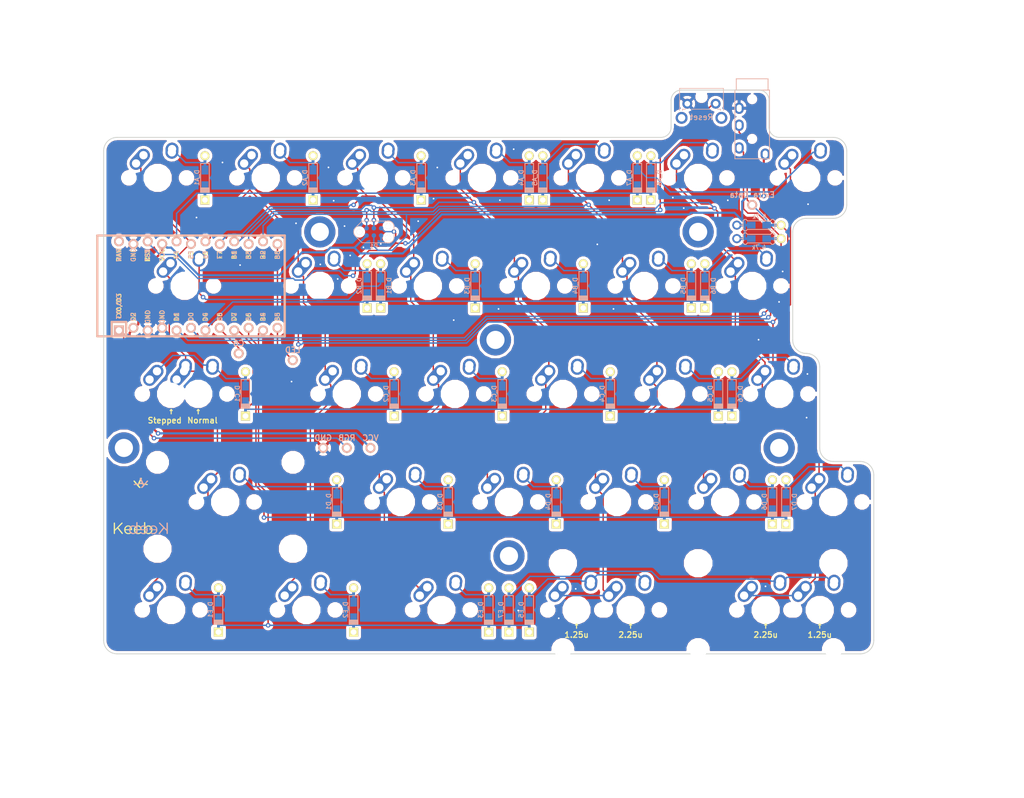
<source format=kicad_pcb>
(kicad_pcb (version 20171130) (host pcbnew "(6.0.0-rc1-dev-1292-gca2390e4f)")
  (layers (0 F.Cu signal) (31 B.Cu signal) (34 B.Paste user) (35 F.Paste user) (36 B.SilkS user) (37 F.SilkS user) (38 B.Mask user) (39 F.Mask user) (44 Edge.Cuts user))
  (net 0 "")
  (net 1 RowA)
  (net 2 "Net-(D_A1-Pad2)")
  (net 3 "Net-(D_A2-Pad2)")
  (net 4 "Net-(D_A3-Pad2)")
  (net 5 "Net-(D_A4-Pad2)")
  (net 6 "Net-(D_A5-Pad2)")
  (net 7 "Net-(D_A6-Pad2)")
  (net 8 "Net-(D_A7-Pad2)")
  (net 9 "Net-(D_B1-Pad2)")
  (net 10 RowB)
  (net 11 "Net-(D_B2-Pad2)")
  (net 12 "Net-(D_B3-Pad2)")
  (net 13 "Net-(D_B4-Pad2)")
  (net 14 "Net-(D_B5-Pad2)")
  (net 15 "Net-(D_B6-Pad2)")
  (net 16 RowC)
  (net 17 "Net-(D_C1-Pad2)")
  (net 18 "Net-(D_C2-Pad2)")
  (net 19 "Net-(D_C3-Pad2)")
  (net 20 "Net-(D_C4-Pad2)")
  (net 21 "Net-(D_C5-Pad2)")
  (net 22 "Net-(D_C6-Pad2)")
  (net 23 "Net-(D_D1-Pad2)")
  (net 24 RowD)
  (net 25 "Net-(D_D3-Pad2)")
  (net 26 "Net-(D_D4-Pad2)")
  (net 27 "Net-(D_D5-Pad2)")
  (net 28 "Net-(D_D6-Pad2)")
  (net 29 "Net-(D_D7-Pad2)")
  (net 30 RowE)
  (net 31 "Net-(D_E1-Pad2)")
  (net 32 "Net-(D_E2-Pad2)")
  (net 33 "Net-(D_E3-Pad2)")
  (net 34 "Net-(D_E5-Pad2)")
  (net 35 "Net-(D_E7-Pad2)")
  (net 36 Col5)
  (net 37 VCC)
  (net 38 Col4)
  (net 39 Col6)
  (net 40 Reset)
  (net 41 GND)
  (net 42 Data)
  (net 43 Data2)
  (net 44 Col1)
  (net 45 Col2)
  (net 46 Col3)
  (net 47 Col7)
  (net 48 C6)
  (net 49 RGB)
  (net 50 LED)
  (module Keebio-Parts:ArduinoProMicro-ZigZag (layer F.Cu) (at 40.481216 52.387456)
    (fp_text reference U2 hide)
    (fp_text value ProMicro hide)
    (fp_text user ST (at -8.91 -5.04 90) (layer B.SilkS) (effects (font (size 0.8 0.8)) (justify mirror)))
    (fp_text user TX0/D3 (at -13.97 3.571872 90) (layer F.SilkS) (effects (font (size 0.8 0.8))))
    (fp_text user TX0/D3 (at -13.97 3.571872 90) (layer B.SilkS) (effects (font (size 0.8 0.8)) (justify mirror)))
    (fp_text user D2 (at -11.43 5.461 90) (layer F.SilkS) (effects (font (size 0.8 0.8))))
    (fp_text user D0 (at -1.27 5.461 90) (layer F.SilkS) (effects (font (size 0.8 0.8))))
    (fp_text user D1 (at -3.81 5.461 90) (layer F.SilkS) (effects (font (size 0.8 0.8))))
    (fp_text user GND (at -6.35 5.461 90) (layer F.SilkS) (effects (font (size 0.8 0.8))))
    (fp_text user GND (at -8.89 5.461 90) (layer F.SilkS) (effects (font (size 0.8 0.8))))
    (fp_text user D4 (at 1.27 5.461 90) (layer F.SilkS) (effects (font (size 0.8 0.8))))
    (fp_text user C6 (at 3.81 5.461 90) (layer F.SilkS) (effects (font (size 0.8 0.8))))
    (fp_text user D7 (at 6.35 5.461 90) (layer F.SilkS) (effects (font (size 0.8 0.8))))
    (fp_text user E6 (at 8.89 5.461 90) (layer F.SilkS) (effects (font (size 0.8 0.8))))
    (fp_text user B4 (at 11.43 5.461 90) (layer F.SilkS) (effects (font (size 0.8 0.8))))
    (fp_text user B5 (at 13.97 5.461 90) (layer F.SilkS) (effects (font (size 0.8 0.8))))
    (fp_text user B6 (at 13.97 -5.461 90) (layer F.SilkS) (effects (font (size 0.8 0.8))))
    (fp_text user B2 (at 11.43 -5.461 90) (layer B.SilkS) (effects (font (size 0.8 0.8)) (justify mirror)))
    (fp_text user B3 (at 8.89 -5.461 90) (layer F.SilkS) (effects (font (size 0.8 0.8))))
    (fp_text user B1 (at 6.35 -5.461 90) (layer F.SilkS) (effects (font (size 0.8 0.8))))
    (fp_text user F7 (at 3.81 -5.461 90) (layer B.SilkS) (effects (font (size 0.8 0.8)) (justify mirror)))
    (fp_text user F6 (at 1.27 -5.461 90) (layer B.SilkS) (effects (font (size 0.8 0.8)) (justify mirror)))
    (fp_text user F5 (at -1.27 -5.461 90) (layer B.SilkS) (effects (font (size 0.8 0.8)) (justify mirror)))
    (fp_text user F4 (at -3.81 -5.461 90) (layer F.SilkS) (effects (font (size 0.8 0.8))))
    (fp_text user VCC (at -6.35 -5.461 90) (layer F.SilkS) (effects (font (size 0.8 0.8))))
    (fp_text user ST (at -8.92 -5.73312 90) (layer F.SilkS) (effects (font (size 0.8 0.8))))
    (fp_text user GND (at -11.43 -5.461 90) (layer F.SilkS) (effects (font (size 0.8 0.8))))
    (fp_text user RAW (at -13.97 -5.461 90) (layer F.SilkS) (effects (font (size 0.8 0.8))))
    (fp_text user RAW (at -13.97 -5.461 90) (layer B.SilkS) (effects (font (size 0.8 0.8)) (justify mirror)))
    (fp_text user GND (at -11.43 -5.461 90) (layer B.SilkS) (effects (font (size 0.8 0.8)) (justify mirror)))
    (fp_text user VCC (at -6.35 -5.461 90) (layer B.SilkS) (effects (font (size 0.8 0.8)) (justify mirror)))
    (fp_text user F4 (at -3.81 -5.461 90) (layer B.SilkS) (effects (font (size 0.8 0.8)) (justify mirror)))
    (fp_text user F5 (at -1.27 -5.461 90) (layer F.SilkS) (effects (font (size 0.8 0.8))))
    (fp_text user F6 (at 1.27 -5.461 90) (layer F.SilkS) (effects (font (size 0.8 0.8))))
    (fp_text user F7 (at 3.81 -5.461 90) (layer F.SilkS) (effects (font (size 0.8 0.8))))
    (fp_text user B1 (at 6.35 -5.461 90) (layer B.SilkS) (effects (font (size 0.8 0.8)) (justify mirror)))
    (fp_text user B3 (at 8.89 -5.461 90) (layer B.SilkS) (effects (font (size 0.8 0.8)) (justify mirror)))
    (fp_text user B2 (at 11.43 -5.461 90) (layer F.SilkS) (effects (font (size 0.8 0.8))))
    (fp_text user B6 (at 13.97 -5.461 90) (layer B.SilkS) (effects (font (size 0.8 0.8)) (justify mirror)))
    (fp_text user B5 (at 13.97 5.461 90) (layer B.SilkS) (effects (font (size 0.8 0.8)) (justify mirror)))
    (fp_text user B4 (at 11.43 5.461 90) (layer B.SilkS) (effects (font (size 0.8 0.8)) (justify mirror)))
    (fp_text user E6 (at 8.89 5.461 90) (layer B.SilkS) (effects (font (size 0.8 0.8)) (justify mirror)))
    (fp_text user D7 (at 6.35 5.461 90) (layer B.SilkS) (effects (font (size 0.8 0.8)) (justify mirror)))
    (fp_text user C6 (at 3.81 5.461 90) (layer B.SilkS) (effects (font (size 0.8 0.8)) (justify mirror)))
    (fp_text user D4 (at 1.27 5.461 90) (layer B.SilkS) (effects (font (size 0.8 0.8)) (justify mirror)))
    (fp_text user GND (at -8.89 5.461 90) (layer B.SilkS) (effects (font (size 0.8 0.8)) (justify mirror)))
    (fp_text user GND (at -6.35 5.461 90) (layer B.SilkS) (effects (font (size 0.8 0.8)) (justify mirror)))
    (fp_text user D1 (at -3.81 5.461 90) (layer B.SilkS) (effects (font (size 0.8 0.8)) (justify mirror)))
    (fp_text user D0 (at -1.27 5.461 90) (layer B.SilkS) (effects (font (size 0.8 0.8)) (justify mirror)))
    (fp_text user D2 (at -11.43 5.461 90) (layer B.SilkS) (effects (font (size 0.8 0.8)) (justify mirror)))
    (pad 24 thru_hole circle (at -13.97 -7.8486) (size 1.7526 1.7526) (drill 1.0922) (layers *.Cu *.SilkS *.Mask))
    (pad 12 thru_hole circle (at 13.97 7.3914) (size 1.7526 1.7526) (drill 1.0922) (layers *.Cu *.SilkS *.Mask) (net 50 LED))
    (pad 23 thru_hole circle (at -11.43 -7.3914) (size 1.7526 1.7526) (drill 1.0922) (layers *.Cu *.SilkS *.Mask) (net 41 GND))
    (pad 22 thru_hole circle (at -8.89 -7.8486) (size 1.7526 1.7526) (drill 1.0922) (layers *.Cu *.SilkS *.Mask) (net 40 Reset))
    (pad 21 thru_hole circle (at -6.35 -7.3914) (size 1.7526 1.7526) (drill 1.0922) (layers *.Cu *.SilkS *.Mask) (net 37 VCC))
    (pad 20 thru_hole circle (at -3.81 -7.8486) (size 1.7526 1.7526) (drill 1.0922) (layers *.Cu *.SilkS *.Mask) (net 1 RowA))
    (pad 19 thru_hole circle (at -1.27 -7.3914) (size 1.7526 1.7526) (drill 1.0922) (layers *.Cu *.SilkS *.Mask) (net 44 Col1))
    (pad 18 thru_hole circle (at 1.27 -7.8486) (size 1.7526 1.7526) (drill 1.0922) (layers *.Cu *.SilkS *.Mask) (net 45 Col2))
    (pad 17 thru_hole circle (at 3.81 -7.3914) (size 1.7526 1.7526) (drill 1.0922) (layers *.Cu *.SilkS *.Mask) (net 46 Col3))
    (pad 16 thru_hole circle (at 6.35 -7.8486) (size 1.7526 1.7526) (drill 1.0922) (layers *.Cu *.SilkS *.Mask) (net 38 Col4))
    (pad 15 thru_hole circle (at 8.89 -7.3914) (size 1.7526 1.7526) (drill 1.0922) (layers *.Cu *.SilkS *.Mask) (net 36 Col5))
    (pad 14 thru_hole circle (at 11.43 -7.8486) (size 1.7526 1.7526) (drill 1.0922) (layers *.Cu *.SilkS *.Mask) (net 39 Col6))
    (pad 13 thru_hole circle (at 13.97 -7.3914) (size 1.7526 1.7526) (drill 1.0922) (layers *.Cu *.SilkS *.Mask) (net 47 Col7))
    (pad 11 thru_hole circle (at 11.43 7.8486) (size 1.7526 1.7526) (drill 1.0922) (layers *.Cu *.SilkS *.Mask) (net 30 RowE))
    (pad 10 thru_hole circle (at 8.89 7.3914) (size 1.7526 1.7526) (drill 1.0922) (layers *.Cu *.SilkS *.Mask) (net 24 RowD))
    (pad 9 thru_hole circle (at 6.35 7.8486) (size 1.7526 1.7526) (drill 1.0922) (layers *.Cu *.SilkS *.Mask) (net 16 RowC))
    (pad 8 thru_hole circle (at 3.81 7.3914) (size 1.7526 1.7526) (drill 1.0922) (layers *.Cu *.SilkS *.Mask) (net 48 C6))
    (pad 7 thru_hole circle (at 1.27 7.8486) (size 1.7526 1.7526) (drill 1.0922) (layers *.Cu *.SilkS *.Mask) (net 10 RowB))
    (pad 6 thru_hole circle (at -1.27 7.3914) (size 1.7526 1.7526) (drill 1.0922) (layers *.Cu *.SilkS *.Mask) (net 42 Data))
    (pad 5 thru_hole circle (at -3.81 7.8486) (size 1.7526 1.7526) (drill 1.0922) (layers *.Cu *.SilkS *.Mask) (net 43 Data2))
    (pad 4 thru_hole circle (at -6.35 7.3914) (size 1.7526 1.7526) (drill 1.0922) (layers *.Cu *.SilkS *.Mask) (net 41 GND))
    (pad 3 thru_hole circle (at -8.89 7.8486) (size 1.7526 1.7526) (drill 1.0922) (layers *.Cu *.SilkS *.Mask) (net 41 GND))
    (pad 2 thru_hole circle (at -11.43 7.3914) (size 1.7526 1.7526) (drill 1.0922) (layers *.Cu *.SilkS *.Mask) (net 37 VCC))
    (pad 1 thru_hole rect (at -13.97 7.8486) (size 1.7526 1.7526) (drill 1.0922) (layers *.Cu *.SilkS *.Mask) (net 49 RGB))
  )
  (module Keebio-Parts:VIA-0.6mm (layer F.Cu) (at 57.72 41.35)
    (fp_text reference REF** hide)
    (fp_text value VIA-0.6mm hide)
    (pad 1 thru_hole circle (at 0 0) (size 0.6 0.6) (drill 0.3) (layers *.Cu) (net 41 GND))
  )
  (module MX_Alps_Hybrid:MX-1.5U-NoLED (layer F.Cu) (at 38.099968 52.387456)
    (fp_text reference SW_B1)
    (fp_text value SW_Push)
    (pad 2 thru_hole oval (at 2.5 -4.5 86.0548) (size 2.831378 2.25) (drill 1.47 (offset 0.290689 0)) (layers *.Cu B.Mask) (net 9 "Net-(D_B1-Pad2)"))
    (pad 2 thru_hole circle (at 2.54 -5.08) (size 2.25 2.25) (drill 1.47) (layers *.Cu B.Mask) (net 9 "Net-(D_B1-Pad2)"))
    (pad 1 thru_hole oval (at -3.81 -2.54 48.0996) (size 4.211556 2.25) (drill 1.47 (offset 0.980778 0)) (layers *.Cu B.Mask) (net 44 Col1))
    (pad "" np_thru_hole circle (at 0 0) (size 3.9878 3.9878) (drill 3.9878) (layers *.Cu *.Mask))
    (pad 1 thru_hole circle (at -2.5 -4) (size 2.25 2.25) (drill 1.47) (layers *.Cu B.Mask) (net 44 Col1))
    (pad "" np_thru_hole circle (at -5.08 0 48.0996) (size 1.75 1.75) (drill 1.75) (layers *.Cu *.Mask))
    (pad "" np_thru_hole circle (at 5.08 0 48.0996) (size 1.75 1.75) (drill 1.75) (layers *.Cu *.Mask))
  )
  (module Keebio-Parts:Diode-Hybrid-Back (layer F.Cu) (at 41.67184 33.337472 270)
    (fp_text reference D_A1 (at -0.0254 1.4 270) (layer B.SilkS) (effects (font (size 0.8 0.8)) (justify mirror)))
    (fp_text value D hide)
    (pad 1 thru_hole rect (at 3.9 0 270) (size 1.6 1.6) (drill 1) (layers *.Cu *.Mask F.SilkS) (net 1 RowA))
    (pad 2 thru_hole circle (at -3.9 0 270) (size 1.6 1.6) (drill 1) (layers *.Cu *.Mask F.SilkS) (net 2 "Net-(D_A1-Pad2)"))
    (pad 1 smd rect (at 2.5 0 270) (size 2.9 0.5) (layers B.Cu) (net 1 RowA))
    (pad 1 smd rect (at 1.4 0 270) (size 1.6 1.2) (layers B.Cu B.Paste B.Mask) (net 1 RowA))
    (pad 2 smd rect (at -1.4 0 270) (size 1.6 1.2) (layers B.Cu B.Paste B.Mask) (net 2 "Net-(D_A1-Pad2)"))
    (pad 2 smd rect (at -2.5 0 270) (size 2.9 0.5) (layers B.Cu) (net 2 "Net-(D_A1-Pad2)"))
  )
  (module Keebio-Parts:Diode-Hybrid-Back (layer F.Cu) (at 60.721824 33.337472 270)
    (fp_text reference D_A2 (at -0.0254 1.4 270) (layer B.SilkS) (effects (font (size 0.8 0.8)) (justify mirror)))
    (fp_text value D hide)
    (pad 1 thru_hole rect (at 3.9 0 270) (size 1.6 1.6) (drill 1) (layers *.Cu *.Mask F.SilkS) (net 1 RowA))
    (pad 2 thru_hole circle (at -3.9 0 270) (size 1.6 1.6) (drill 1) (layers *.Cu *.Mask F.SilkS) (net 3 "Net-(D_A2-Pad2)"))
    (pad 1 smd rect (at 2.5 0 270) (size 2.9 0.5) (layers B.Cu) (net 1 RowA))
    (pad 1 smd rect (at 1.4 0 270) (size 1.6 1.2) (layers B.Cu B.Paste B.Mask) (net 1 RowA))
    (pad 2 smd rect (at -1.4 0 270) (size 1.6 1.2) (layers B.Cu B.Paste B.Mask) (net 3 "Net-(D_A2-Pad2)"))
    (pad 2 smd rect (at -2.5 0 270) (size 2.9 0.5) (layers B.Cu) (net 3 "Net-(D_A2-Pad2)"))
  )
  (module Keebio-Parts:Diode-Hybrid-Back (layer F.Cu) (at 79.771808 33.337472 270)
    (fp_text reference D_A3 (at -0.0254 1.4 270) (layer B.SilkS) (effects (font (size 0.8 0.8)) (justify mirror)))
    (fp_text value D hide)
    (pad 1 thru_hole rect (at 3.9 0 270) (size 1.6 1.6) (drill 1) (layers *.Cu *.Mask F.SilkS) (net 1 RowA))
    (pad 2 thru_hole circle (at -3.9 0 270) (size 1.6 1.6) (drill 1) (layers *.Cu *.Mask F.SilkS) (net 4 "Net-(D_A3-Pad2)"))
    (pad 1 smd rect (at 2.5 0 270) (size 2.9 0.5) (layers B.Cu) (net 1 RowA))
    (pad 1 smd rect (at 1.4 0 270) (size 1.6 1.2) (layers B.Cu B.Paste B.Mask) (net 1 RowA))
    (pad 2 smd rect (at -1.4 0 270) (size 1.6 1.2) (layers B.Cu B.Paste B.Mask) (net 4 "Net-(D_A3-Pad2)"))
    (pad 2 smd rect (at -2.5 0 270) (size 2.9 0.5) (layers B.Cu) (net 4 "Net-(D_A3-Pad2)"))
  )
  (module Keebio-Parts:Diode-Hybrid-Back (layer F.Cu) (at 98.821792 33.337472 270)
    (fp_text reference D_A4 (at -0.0254 1.4 270) (layer B.SilkS) (effects (font (size 0.8 0.8)) (justify mirror)))
    (fp_text value D hide)
    (pad 1 thru_hole rect (at 3.9 0 270) (size 1.6 1.6) (drill 1) (layers *.Cu *.Mask F.SilkS) (net 1 RowA))
    (pad 2 thru_hole circle (at -3.9 0 270) (size 1.6 1.6) (drill 1) (layers *.Cu *.Mask F.SilkS) (net 5 "Net-(D_A4-Pad2)"))
    (pad 1 smd rect (at 2.5 0 270) (size 2.9 0.5) (layers B.Cu) (net 1 RowA))
    (pad 1 smd rect (at 1.4 0 270) (size 1.6 1.2) (layers B.Cu B.Paste B.Mask) (net 1 RowA))
    (pad 2 smd rect (at -1.4 0 270) (size 1.6 1.2) (layers B.Cu B.Paste B.Mask) (net 5 "Net-(D_A4-Pad2)"))
    (pad 2 smd rect (at -2.5 0 270) (size 2.9 0.5) (layers B.Cu) (net 5 "Net-(D_A4-Pad2)"))
  )
  (module Keebio-Parts:Diode-Hybrid-Back (layer F.Cu) (at 101.20304 33.337472 270)
    (fp_text reference D_A5 (at -0.0254 1.4 270) (layer B.SilkS) (effects (font (size 0.8 0.8)) (justify mirror)))
    (fp_text value D hide)
    (pad 1 thru_hole rect (at 3.9 0 270) (size 1.6 1.6) (drill 1) (layers *.Cu *.Mask F.SilkS) (net 1 RowA))
    (pad 2 thru_hole circle (at -3.9 0 270) (size 1.6 1.6) (drill 1) (layers *.Cu *.Mask F.SilkS) (net 6 "Net-(D_A5-Pad2)"))
    (pad 1 smd rect (at 2.5 0 270) (size 2.9 0.5) (layers B.Cu) (net 1 RowA))
    (pad 1 smd rect (at 1.4 0 270) (size 1.6 1.2) (layers B.Cu B.Paste B.Mask) (net 1 RowA))
    (pad 2 smd rect (at -1.4 0 270) (size 1.6 1.2) (layers B.Cu B.Paste B.Mask) (net 6 "Net-(D_A5-Pad2)"))
    (pad 2 smd rect (at -2.5 0 270) (size 2.9 0.5) (layers B.Cu) (net 6 "Net-(D_A5-Pad2)"))
  )
  (module Keebio-Parts:Diode-Hybrid-Back (layer F.Cu) (at 120.253024 33.337472 270)
    (fp_text reference D_A6 (at 0 -1.48828 270) (layer B.SilkS) (effects (font (size 0.8 0.8)) (justify mirror)))
    (fp_text value D hide)
    (pad 1 thru_hole rect (at 3.9 0 270) (size 1.6 1.6) (drill 1) (layers *.Cu *.Mask F.SilkS) (net 1 RowA))
    (pad 2 thru_hole circle (at -3.9 0 270) (size 1.6 1.6) (drill 1) (layers *.Cu *.Mask F.SilkS) (net 7 "Net-(D_A6-Pad2)"))
    (pad 1 smd rect (at 2.5 0 270) (size 2.9 0.5) (layers B.Cu) (net 1 RowA))
    (pad 1 smd rect (at 1.4 0 270) (size 1.6 1.2) (layers B.Cu B.Paste B.Mask) (net 1 RowA))
    (pad 2 smd rect (at -1.4 0 270) (size 1.6 1.2) (layers B.Cu B.Paste B.Mask) (net 7 "Net-(D_A6-Pad2)"))
    (pad 2 smd rect (at -2.5 0 270) (size 2.9 0.5) (layers B.Cu) (net 7 "Net-(D_A6-Pad2)"))
  )
  (module Keebio-Parts:Diode-Hybrid-Back (layer F.Cu) (at 117.871776 33.337472 270)
    (fp_text reference D_A7 (at -0.0254 1.4 270) (layer B.SilkS) (effects (font (size 0.8 0.8)) (justify mirror)))
    (fp_text value D hide)
    (pad 1 thru_hole rect (at 3.9 0 270) (size 1.6 1.6) (drill 1) (layers *.Cu *.Mask F.SilkS) (net 1 RowA))
    (pad 2 thru_hole circle (at -3.9 0 270) (size 1.6 1.6) (drill 1) (layers *.Cu *.Mask F.SilkS) (net 8 "Net-(D_A7-Pad2)"))
    (pad 1 smd rect (at 2.5 0 270) (size 2.9 0.5) (layers B.Cu) (net 1 RowA))
    (pad 1 smd rect (at 1.4 0 270) (size 1.6 1.2) (layers B.Cu B.Paste B.Mask) (net 1 RowA))
    (pad 2 smd rect (at -1.4 0 270) (size 1.6 1.2) (layers B.Cu B.Paste B.Mask) (net 8 "Net-(D_A7-Pad2)"))
    (pad 2 smd rect (at -2.5 0 270) (size 2.9 0.5) (layers B.Cu) (net 8 "Net-(D_A7-Pad2)"))
  )
  (module Keebio-Parts:Diode-Hybrid-Back (layer F.Cu) (at 72.628064 52.387456 270)
    (fp_text reference D_B1 (at -0.0254 -1.48828 270) (layer B.SilkS) (effects (font (size 0.8 0.8)) (justify mirror)))
    (fp_text value D hide)
    (pad 1 thru_hole rect (at 3.9 0 270) (size 1.6 1.6) (drill 1) (layers *.Cu *.Mask F.SilkS) (net 10 RowB))
    (pad 2 thru_hole circle (at -3.9 0 270) (size 1.6 1.6) (drill 1) (layers *.Cu *.Mask F.SilkS) (net 9 "Net-(D_B1-Pad2)"))
    (pad 1 smd rect (at 2.5 0 270) (size 2.9 0.5) (layers B.Cu) (net 10 RowB))
    (pad 1 smd rect (at 1.4 0 270) (size 1.6 1.2) (layers B.Cu B.Paste B.Mask) (net 10 RowB))
    (pad 2 smd rect (at -1.4 0 270) (size 1.6 1.2) (layers B.Cu B.Paste B.Mask) (net 9 "Net-(D_B1-Pad2)"))
    (pad 2 smd rect (at -2.5 0 270) (size 2.9 0.5) (layers B.Cu) (net 9 "Net-(D_B1-Pad2)"))
  )
  (module Keebio-Parts:Diode-Hybrid-Back (layer F.Cu) (at 70.246816 52.387456 270)
    (fp_text reference D_B2 (at -0.0254 1.4 270) (layer B.SilkS) (effects (font (size 0.8 0.8)) (justify mirror)))
    (fp_text value D hide)
    (pad 1 thru_hole rect (at 3.9 0 270) (size 1.6 1.6) (drill 1) (layers *.Cu *.Mask F.SilkS) (net 10 RowB))
    (pad 2 thru_hole circle (at -3.9 0 270) (size 1.6 1.6) (drill 1) (layers *.Cu *.Mask F.SilkS) (net 11 "Net-(D_B2-Pad2)"))
    (pad 1 smd rect (at 2.5 0 270) (size 2.9 0.5) (layers B.Cu) (net 10 RowB))
    (pad 1 smd rect (at 1.4 0 270) (size 1.6 1.2) (layers B.Cu B.Paste B.Mask) (net 10 RowB))
    (pad 2 smd rect (at -1.4 0 270) (size 1.6 1.2) (layers B.Cu B.Paste B.Mask) (net 11 "Net-(D_B2-Pad2)"))
    (pad 2 smd rect (at -2.5 0 270) (size 2.9 0.5) (layers B.Cu) (net 11 "Net-(D_B2-Pad2)"))
  )
  (module Keebio-Parts:Diode-Hybrid-Back (layer F.Cu) (at 89.2968 52.387456 270)
    (fp_text reference D_B3 (at -0.0254 1.4 270) (layer B.SilkS) (effects (font (size 0.8 0.8)) (justify mirror)))
    (fp_text value D hide)
    (pad 1 thru_hole rect (at 3.9 0 270) (size 1.6 1.6) (drill 1) (layers *.Cu *.Mask F.SilkS) (net 10 RowB))
    (pad 2 thru_hole circle (at -3.9 0 270) (size 1.6 1.6) (drill 1) (layers *.Cu *.Mask F.SilkS) (net 12 "Net-(D_B3-Pad2)"))
    (pad 1 smd rect (at 2.5 0 270) (size 2.9 0.5) (layers B.Cu) (net 10 RowB))
    (pad 1 smd rect (at 1.4 0 270) (size 1.6 1.2) (layers B.Cu B.Paste B.Mask) (net 10 RowB))
    (pad 2 smd rect (at -1.4 0 270) (size 1.6 1.2) (layers B.Cu B.Paste B.Mask) (net 12 "Net-(D_B3-Pad2)"))
    (pad 2 smd rect (at -2.5 0 270) (size 2.9 0.5) (layers B.Cu) (net 12 "Net-(D_B3-Pad2)"))
  )
  (module Keebio-Parts:Diode-Hybrid-Back (layer F.Cu) (at 108.346784 52.387456 270)
    (fp_text reference D_B4 (at -0.0254 1.4 270) (layer B.SilkS) (effects (font (size 0.8 0.8)) (justify mirror)))
    (fp_text value D hide)
    (pad 1 thru_hole rect (at 3.9 0 270) (size 1.6 1.6) (drill 1) (layers *.Cu *.Mask F.SilkS) (net 10 RowB))
    (pad 2 thru_hole circle (at -3.9 0 270) (size 1.6 1.6) (drill 1) (layers *.Cu *.Mask F.SilkS) (net 13 "Net-(D_B4-Pad2)"))
    (pad 1 smd rect (at 2.5 0 270) (size 2.9 0.5) (layers B.Cu) (net 10 RowB))
    (pad 1 smd rect (at 1.4 0 270) (size 1.6 1.2) (layers B.Cu B.Paste B.Mask) (net 10 RowB))
    (pad 2 smd rect (at -1.4 0 270) (size 1.6 1.2) (layers B.Cu B.Paste B.Mask) (net 13 "Net-(D_B4-Pad2)"))
    (pad 2 smd rect (at -2.5 0 270) (size 2.9 0.5) (layers B.Cu) (net 13 "Net-(D_B4-Pad2)"))
  )
  (module Keebio-Parts:Diode-Hybrid-Back (layer F.Cu) (at 127.396768 52.387456 270)
    (fp_text reference D_B5 (at -0.0254 1.4 270) (layer B.SilkS) (effects (font (size 0.8 0.8)) (justify mirror)))
    (fp_text value D hide)
    (pad 1 thru_hole rect (at 3.9 0 270) (size 1.6 1.6) (drill 1) (layers *.Cu *.Mask F.SilkS) (net 10 RowB))
    (pad 2 thru_hole circle (at -3.9 0 270) (size 1.6 1.6) (drill 1) (layers *.Cu *.Mask F.SilkS) (net 14 "Net-(D_B5-Pad2)"))
    (pad 1 smd rect (at 2.5 0 270) (size 2.9 0.5) (layers B.Cu) (net 10 RowB))
    (pad 1 smd rect (at 1.4 0 270) (size 1.6 1.2) (layers B.Cu B.Paste B.Mask) (net 10 RowB))
    (pad 2 smd rect (at -1.4 0 270) (size 1.6 1.2) (layers B.Cu B.Paste B.Mask) (net 14 "Net-(D_B5-Pad2)"))
    (pad 2 smd rect (at -2.5 0 270) (size 2.9 0.5) (layers B.Cu) (net 14 "Net-(D_B5-Pad2)"))
  )
  (module Keebio-Parts:Diode-Hybrid-Back (layer F.Cu) (at 129.778016 52.387456 270)
    (fp_text reference D_B6 (at 0 -1.48828 270) (layer B.SilkS) (effects (font (size 0.8 0.8)) (justify mirror)))
    (fp_text value D hide)
    (pad 1 thru_hole rect (at 3.9 0 270) (size 1.6 1.6) (drill 1) (layers *.Cu *.Mask F.SilkS) (net 10 RowB))
    (pad 2 thru_hole circle (at -3.9 0 270) (size 1.6 1.6) (drill 1) (layers *.Cu *.Mask F.SilkS) (net 15 "Net-(D_B6-Pad2)"))
    (pad 1 smd rect (at 2.5 0 270) (size 2.9 0.5) (layers B.Cu) (net 10 RowB))
    (pad 1 smd rect (at 1.4 0 270) (size 1.6 1.2) (layers B.Cu B.Paste B.Mask) (net 10 RowB))
    (pad 2 smd rect (at -1.4 0 270) (size 1.6 1.2) (layers B.Cu B.Paste B.Mask) (net 15 "Net-(D_B6-Pad2)"))
    (pad 2 smd rect (at -2.5 0 270) (size 2.9 0.5) (layers B.Cu) (net 15 "Net-(D_B6-Pad2)"))
  )
  (module Keebio-Parts:Diode-Hybrid-Back (layer F.Cu) (at 48.815584 71.43744 270)
    (fp_text reference D_C1 (at -0.0254 1.4 270) (layer B.SilkS) (effects (font (size 0.8 0.8)) (justify mirror)))
    (fp_text value D hide)
    (pad 1 thru_hole rect (at 3.9 0 270) (size 1.6 1.6) (drill 1) (layers *.Cu *.Mask F.SilkS) (net 16 RowC))
    (pad 2 thru_hole circle (at -3.9 0 270) (size 1.6 1.6) (drill 1) (layers *.Cu *.Mask F.SilkS) (net 17 "Net-(D_C1-Pad2)"))
    (pad 1 smd rect (at 2.5 0 270) (size 2.9 0.5) (layers B.Cu) (net 16 RowC))
    (pad 1 smd rect (at 1.4 0 270) (size 1.6 1.2) (layers B.Cu B.Paste B.Mask) (net 16 RowC))
    (pad 2 smd rect (at -1.4 0 270) (size 1.6 1.2) (layers B.Cu B.Paste B.Mask) (net 17 "Net-(D_C1-Pad2)"))
    (pad 2 smd rect (at -2.5 0 270) (size 2.9 0.5) (layers B.Cu) (net 17 "Net-(D_C1-Pad2)"))
  )
  (module Keebio-Parts:Diode-Hybrid-Back (layer F.Cu) (at 75.009312 71.43744 270)
    (fp_text reference D_C2 (at -0.0254 1.4 270) (layer B.SilkS) (effects (font (size 0.8 0.8)) (justify mirror)))
    (fp_text value D hide)
    (pad 1 thru_hole rect (at 3.9 0 270) (size 1.6 1.6) (drill 1) (layers *.Cu *.Mask F.SilkS) (net 16 RowC))
    (pad 2 thru_hole circle (at -3.9 0 270) (size 1.6 1.6) (drill 1) (layers *.Cu *.Mask F.SilkS) (net 18 "Net-(D_C2-Pad2)"))
    (pad 1 smd rect (at 2.5 0 270) (size 2.9 0.5) (layers B.Cu) (net 16 RowC))
    (pad 1 smd rect (at 1.4 0 270) (size 1.6 1.2) (layers B.Cu B.Paste B.Mask) (net 16 RowC))
    (pad 2 smd rect (at -1.4 0 270) (size 1.6 1.2) (layers B.Cu B.Paste B.Mask) (net 18 "Net-(D_C2-Pad2)"))
    (pad 2 smd rect (at -2.5 0 270) (size 2.9 0.5) (layers B.Cu) (net 18 "Net-(D_C2-Pad2)"))
  )
  (module Keebio-Parts:Diode-Hybrid-Back (layer F.Cu) (at 94.059296 71.43744 270)
    (fp_text reference D_C3 (at -0.0254 1.4 270) (layer B.SilkS) (effects (font (size 0.8 0.8)) (justify mirror)))
    (fp_text value D hide)
    (pad 1 thru_hole rect (at 3.9 0 270) (size 1.6 1.6) (drill 1) (layers *.Cu *.Mask F.SilkS) (net 16 RowC))
    (pad 2 thru_hole circle (at -3.9 0 270) (size 1.6 1.6) (drill 1) (layers *.Cu *.Mask F.SilkS) (net 19 "Net-(D_C3-Pad2)"))
    (pad 1 smd rect (at 2.5 0 270) (size 2.9 0.5) (layers B.Cu) (net 16 RowC))
    (pad 1 smd rect (at 1.4 0 270) (size 1.6 1.2) (layers B.Cu B.Paste B.Mask) (net 16 RowC))
    (pad 2 smd rect (at -1.4 0 270) (size 1.6 1.2) (layers B.Cu B.Paste B.Mask) (net 19 "Net-(D_C3-Pad2)"))
    (pad 2 smd rect (at -2.5 0 270) (size 2.9 0.5) (layers B.Cu) (net 19 "Net-(D_C3-Pad2)"))
  )
  (module Keebio-Parts:Diode-Hybrid-Back (layer F.Cu) (at 113.10928 71.43744 270)
    (fp_text reference D_C4 (at -0.0254 1.4 270) (layer B.SilkS) (effects (font (size 0.8 0.8)) (justify mirror)))
    (fp_text value D hide)
    (pad 1 thru_hole rect (at 3.9 0 270) (size 1.6 1.6) (drill 1) (layers *.Cu *.Mask F.SilkS) (net 16 RowC))
    (pad 2 thru_hole circle (at -3.9 0 270) (size 1.6 1.6) (drill 1) (layers *.Cu *.Mask F.SilkS) (net 20 "Net-(D_C4-Pad2)"))
    (pad 1 smd rect (at 2.5 0 270) (size 2.9 0.5) (layers B.Cu) (net 16 RowC))
    (pad 1 smd rect (at 1.4 0 270) (size 1.6 1.2) (layers B.Cu B.Paste B.Mask) (net 16 RowC))
    (pad 2 smd rect (at -1.4 0 270) (size 1.6 1.2) (layers B.Cu B.Paste B.Mask) (net 20 "Net-(D_C4-Pad2)"))
    (pad 2 smd rect (at -2.5 0 270) (size 2.9 0.5) (layers B.Cu) (net 20 "Net-(D_C4-Pad2)"))
  )
  (module Keebio-Parts:Diode-Hybrid-Back (layer F.Cu) (at 132.159264 71.43744 270)
    (fp_text reference D_C5 (at -0.0254 1.4 270) (layer B.SilkS) (effects (font (size 0.8 0.8)) (justify mirror)))
    (fp_text value D hide)
    (pad 1 thru_hole rect (at 3.9 0 270) (size 1.6 1.6) (drill 1) (layers *.Cu *.Mask F.SilkS) (net 16 RowC))
    (pad 2 thru_hole circle (at -3.9 0 270) (size 1.6 1.6) (drill 1) (layers *.Cu *.Mask F.SilkS) (net 21 "Net-(D_C5-Pad2)"))
    (pad 1 smd rect (at 2.5 0 270) (size 2.9 0.5) (layers B.Cu) (net 16 RowC))
    (pad 1 smd rect (at 1.4 0 270) (size 1.6 1.2) (layers B.Cu B.Paste B.Mask) (net 16 RowC))
    (pad 2 smd rect (at -1.4 0 270) (size 1.6 1.2) (layers B.Cu B.Paste B.Mask) (net 21 "Net-(D_C5-Pad2)"))
    (pad 2 smd rect (at -2.5 0 270) (size 2.9 0.5) (layers B.Cu) (net 21 "Net-(D_C5-Pad2)"))
  )
  (module Keebio-Parts:Diode-Hybrid-Back (layer F.Cu) (at 134.540512 71.43744 270)
    (fp_text reference D_C6 (at 0 -1.48828 270) (layer B.SilkS) (effects (font (size 0.8 0.8)) (justify mirror)))
    (fp_text value D hide)
    (pad 1 thru_hole rect (at 3.9 0 270) (size 1.6 1.6) (drill 1) (layers *.Cu *.Mask F.SilkS) (net 16 RowC))
    (pad 2 thru_hole circle (at -3.9 0 270) (size 1.6 1.6) (drill 1) (layers *.Cu *.Mask F.SilkS) (net 22 "Net-(D_C6-Pad2)"))
    (pad 1 smd rect (at 2.5 0 270) (size 2.9 0.5) (layers B.Cu) (net 16 RowC))
    (pad 1 smd rect (at 1.4 0 270) (size 1.6 1.2) (layers B.Cu B.Paste B.Mask) (net 16 RowC))
    (pad 2 smd rect (at -1.4 0 270) (size 1.6 1.2) (layers B.Cu B.Paste B.Mask) (net 22 "Net-(D_C6-Pad2)"))
    (pad 2 smd rect (at -2.5 0 270) (size 2.9 0.5) (layers B.Cu) (net 22 "Net-(D_C6-Pad2)"))
  )
  (module Keebio-Parts:Diode-Hybrid-Back (layer F.Cu) (at 64.889008 90.487424 270)
    (fp_text reference D_D1 (at -0.0254 1.4 270) (layer B.SilkS) (effects (font (size 0.8 0.8)) (justify mirror)))
    (fp_text value D hide)
    (pad 1 thru_hole rect (at 3.9 0 270) (size 1.6 1.6) (drill 1) (layers *.Cu *.Mask F.SilkS) (net 24 RowD))
    (pad 2 thru_hole circle (at -3.9 0 270) (size 1.6 1.6) (drill 1) (layers *.Cu *.Mask F.SilkS) (net 23 "Net-(D_D1-Pad2)"))
    (pad 1 smd rect (at 2.5 0 270) (size 2.9 0.5) (layers B.Cu) (net 24 RowD))
    (pad 1 smd rect (at 1.4 0 270) (size 1.6 1.2) (layers B.Cu B.Paste B.Mask) (net 24 RowD))
    (pad 2 smd rect (at -1.4 0 270) (size 1.6 1.2) (layers B.Cu B.Paste B.Mask) (net 23 "Net-(D_D1-Pad2)"))
    (pad 2 smd rect (at -2.5 0 270) (size 2.9 0.5) (layers B.Cu) (net 23 "Net-(D_D1-Pad2)"))
  )
  (module Keebio-Parts:Diode-Hybrid-Back (layer F.Cu) (at 84.534304 90.487424 270)
    (fp_text reference D_D3 (at -0.0254 1.4 270) (layer B.SilkS) (effects (font (size 0.8 0.8)) (justify mirror)))
    (fp_text value D hide)
    (pad 1 thru_hole rect (at 3.9 0 270) (size 1.6 1.6) (drill 1) (layers *.Cu *.Mask F.SilkS) (net 24 RowD))
    (pad 2 thru_hole circle (at -3.9 0 270) (size 1.6 1.6) (drill 1) (layers *.Cu *.Mask F.SilkS) (net 25 "Net-(D_D3-Pad2)"))
    (pad 1 smd rect (at 2.5 0 270) (size 2.9 0.5) (layers B.Cu) (net 24 RowD))
    (pad 1 smd rect (at 1.4 0 270) (size 1.6 1.2) (layers B.Cu B.Paste B.Mask) (net 24 RowD))
    (pad 2 smd rect (at -1.4 0 270) (size 1.6 1.2) (layers B.Cu B.Paste B.Mask) (net 25 "Net-(D_D3-Pad2)"))
    (pad 2 smd rect (at -2.5 0 270) (size 2.9 0.5) (layers B.Cu) (net 25 "Net-(D_D3-Pad2)"))
  )
  (module Keebio-Parts:Diode-Hybrid-Back (layer F.Cu) (at 103.584288 90.487424 270)
    (fp_text reference D_D4 (at -0.0254 1.4 270) (layer B.SilkS) (effects (font (size 0.8 0.8)) (justify mirror)))
    (fp_text value D hide)
    (pad 1 thru_hole rect (at 3.9 0 270) (size 1.6 1.6) (drill 1) (layers *.Cu *.Mask F.SilkS) (net 24 RowD))
    (pad 2 thru_hole circle (at -3.9 0 270) (size 1.6 1.6) (drill 1) (layers *.Cu *.Mask F.SilkS) (net 26 "Net-(D_D4-Pad2)"))
    (pad 1 smd rect (at 2.5 0 270) (size 2.9 0.5) (layers B.Cu) (net 24 RowD))
    (pad 1 smd rect (at 1.4 0 270) (size 1.6 1.2) (layers B.Cu B.Paste B.Mask) (net 24 RowD))
    (pad 2 smd rect (at -1.4 0 270) (size 1.6 1.2) (layers B.Cu B.Paste B.Mask) (net 26 "Net-(D_D4-Pad2)"))
    (pad 2 smd rect (at -2.5 0 270) (size 2.9 0.5) (layers B.Cu) (net 26 "Net-(D_D4-Pad2)"))
  )
  (module Keebio-Parts:Diode-Hybrid-Back (layer F.Cu) (at 122.634272 90.487424 270)
    (fp_text reference D_D5 (at -0.0254 1.4 270) (layer B.SilkS) (effects (font (size 0.8 0.8)) (justify mirror)))
    (fp_text value D hide)
    (pad 1 thru_hole rect (at 3.9 0 270) (size 1.6 1.6) (drill 1) (layers *.Cu *.Mask F.SilkS) (net 24 RowD))
    (pad 2 thru_hole circle (at -3.9 0 270) (size 1.6 1.6) (drill 1) (layers *.Cu *.Mask F.SilkS) (net 27 "Net-(D_D5-Pad2)"))
    (pad 1 smd rect (at 2.5 0 270) (size 2.9 0.5) (layers B.Cu) (net 24 RowD))
    (pad 1 smd rect (at 1.4 0 270) (size 1.6 1.2) (layers B.Cu B.Paste B.Mask) (net 24 RowD))
    (pad 2 smd rect (at -1.4 0 270) (size 1.6 1.2) (layers B.Cu B.Paste B.Mask) (net 27 "Net-(D_D5-Pad2)"))
    (pad 2 smd rect (at -2.5 0 270) (size 2.9 0.5) (layers B.Cu) (net 27 "Net-(D_D5-Pad2)"))
  )
  (module Keebio-Parts:Diode-Hybrid-Back (layer F.Cu) (at 141.684256 90.487424 270)
    (fp_text reference D_D6 (at -0.0254 1.4 270) (layer B.SilkS) (effects (font (size 0.8 0.8)) (justify mirror)))
    (fp_text value D hide)
    (pad 1 thru_hole rect (at 3.9 0 270) (size 1.6 1.6) (drill 1) (layers *.Cu *.Mask F.SilkS) (net 24 RowD))
    (pad 2 thru_hole circle (at -3.9 0 270) (size 1.6 1.6) (drill 1) (layers *.Cu *.Mask F.SilkS) (net 28 "Net-(D_D6-Pad2)"))
    (pad 1 smd rect (at 2.5 0 270) (size 2.9 0.5) (layers B.Cu) (net 24 RowD))
    (pad 1 smd rect (at 1.4 0 270) (size 1.6 1.2) (layers B.Cu B.Paste B.Mask) (net 24 RowD))
    (pad 2 smd rect (at -1.4 0 270) (size 1.6 1.2) (layers B.Cu B.Paste B.Mask) (net 28 "Net-(D_D6-Pad2)"))
    (pad 2 smd rect (at -2.5 0 270) (size 2.9 0.5) (layers B.Cu) (net 28 "Net-(D_D6-Pad2)"))
  )
  (module Keebio-Parts:Diode-Hybrid-Back (layer F.Cu) (at 144.065504 90.487424 270)
    (fp_text reference D_D7 (at -0.0254 -1.48828 270) (layer B.SilkS) (effects (font (size 0.8 0.8)) (justify mirror)))
    (fp_text value D hide)
    (pad 1 thru_hole rect (at 3.9 0 270) (size 1.6 1.6) (drill 1) (layers *.Cu *.Mask F.SilkS) (net 24 RowD))
    (pad 2 thru_hole circle (at -3.9 0 270) (size 1.6 1.6) (drill 1) (layers *.Cu *.Mask F.SilkS) (net 29 "Net-(D_D7-Pad2)"))
    (pad 1 smd rect (at 2.5 0 270) (size 2.9 0.5) (layers B.Cu) (net 24 RowD))
    (pad 1 smd rect (at 1.4 0 270) (size 1.6 1.2) (layers B.Cu B.Paste B.Mask) (net 24 RowD))
    (pad 2 smd rect (at -1.4 0 270) (size 1.6 1.2) (layers B.Cu B.Paste B.Mask) (net 29 "Net-(D_D7-Pad2)"))
    (pad 2 smd rect (at -2.5 0 270) (size 2.9 0.5) (layers B.Cu) (net 29 "Net-(D_D7-Pad2)"))
  )
  (module Keebio-Parts:Diode-Hybrid-Back (layer F.Cu) (at 44.053088 109.537408 270)
    (fp_text reference D_E1 (at -0.0254 1.4 270) (layer B.SilkS) (effects (font (size 0.8 0.8)) (justify mirror)))
    (fp_text value D hide)
    (pad 1 thru_hole rect (at 3.9 0 270) (size 1.6 1.6) (drill 1) (layers *.Cu *.Mask F.SilkS) (net 30 RowE))
    (pad 2 thru_hole circle (at -3.9 0 270) (size 1.6 1.6) (drill 1) (layers *.Cu *.Mask F.SilkS) (net 31 "Net-(D_E1-Pad2)"))
    (pad 1 smd rect (at 2.5 0 270) (size 2.9 0.5) (layers B.Cu) (net 30 RowE))
    (pad 1 smd rect (at 1.4 0 270) (size 1.6 1.2) (layers B.Cu B.Paste B.Mask) (net 30 RowE))
    (pad 2 smd rect (at -1.4 0 270) (size 1.6 1.2) (layers B.Cu B.Paste B.Mask) (net 31 "Net-(D_E1-Pad2)"))
    (pad 2 smd rect (at -2.5 0 270) (size 2.9 0.5) (layers B.Cu) (net 31 "Net-(D_E1-Pad2)"))
  )
  (module Keebio-Parts:Diode-Hybrid-Back (layer F.Cu) (at 67.865568 109.537408 270)
    (fp_text reference D_E2 (at -0.0254 1.4 270) (layer B.SilkS) (effects (font (size 0.8 0.8)) (justify mirror)))
    (fp_text value D hide)
    (pad 1 thru_hole rect (at 3.9 0 270) (size 1.6 1.6) (drill 1) (layers *.Cu *.Mask F.SilkS) (net 30 RowE))
    (pad 2 thru_hole circle (at -3.9 0 270) (size 1.6 1.6) (drill 1) (layers *.Cu *.Mask F.SilkS) (net 32 "Net-(D_E2-Pad2)"))
    (pad 1 smd rect (at 2.5 0 270) (size 2.9 0.5) (layers B.Cu) (net 30 RowE))
    (pad 1 smd rect (at 1.4 0 270) (size 1.6 1.2) (layers B.Cu B.Paste B.Mask) (net 30 RowE))
    (pad 2 smd rect (at -1.4 0 270) (size 1.6 1.2) (layers B.Cu B.Paste B.Mask) (net 32 "Net-(D_E2-Pad2)"))
    (pad 2 smd rect (at -2.5 0 270) (size 2.9 0.5) (layers B.Cu) (net 32 "Net-(D_E2-Pad2)"))
  )
  (module Keebio-Parts:Diode-Hybrid-Back (layer F.Cu) (at 91.678048 109.537408 270)
    (fp_text reference D_E3 (at -0.0254 1.4 270) (layer B.SilkS) (effects (font (size 0.8 0.8)) (justify mirror)))
    (fp_text value D hide)
    (pad 1 thru_hole rect (at 3.9 0 270) (size 1.6 1.6) (drill 1) (layers *.Cu *.Mask F.SilkS) (net 30 RowE))
    (pad 2 thru_hole circle (at -3.9 0 270) (size 1.6 1.6) (drill 1) (layers *.Cu *.Mask F.SilkS) (net 33 "Net-(D_E3-Pad2)"))
    (pad 1 smd rect (at 2.5 0 270) (size 2.9 0.5) (layers B.Cu) (net 30 RowE))
    (pad 1 smd rect (at 1.4 0 270) (size 1.6 1.2) (layers B.Cu B.Paste B.Mask) (net 30 RowE))
    (pad 2 smd rect (at -1.4 0 270) (size 1.6 1.2) (layers B.Cu B.Paste B.Mask) (net 33 "Net-(D_E3-Pad2)"))
    (pad 2 smd rect (at -2.5 0 270) (size 2.9 0.5) (layers B.Cu) (net 33 "Net-(D_E3-Pad2)"))
  )
  (module Keebio-Parts:Diode-Hybrid-Back (layer F.Cu) (at 98.821792 109.537408 270)
    (fp_text reference D_E5 (at -0.0254 1.4 270) (layer B.SilkS) (effects (font (size 0.8 0.8)) (justify mirror)))
    (fp_text value D hide)
    (pad 1 thru_hole rect (at 3.9 0 270) (size 1.6 1.6) (drill 1) (layers *.Cu *.Mask F.SilkS) (net 30 RowE))
    (pad 2 thru_hole circle (at -3.9 0 270) (size 1.6 1.6) (drill 1) (layers *.Cu *.Mask F.SilkS) (net 34 "Net-(D_E5-Pad2)"))
    (pad 1 smd rect (at 2.5 0 270) (size 2.9 0.5) (layers B.Cu) (net 30 RowE))
    (pad 1 smd rect (at 1.4 0 270) (size 1.6 1.2) (layers B.Cu B.Paste B.Mask) (net 30 RowE))
    (pad 2 smd rect (at -1.4 0 270) (size 1.6 1.2) (layers B.Cu B.Paste B.Mask) (net 34 "Net-(D_E5-Pad2)"))
    (pad 2 smd rect (at -2.5 0 270) (size 2.9 0.5) (layers B.Cu) (net 34 "Net-(D_E5-Pad2)"))
  )
  (module Keebio-Parts:Diode-Hybrid-Back (layer F.Cu) (at 95.24992 109.537408 270)
    (fp_text reference D_E7 (at -0.0254 1.4 270) (layer B.SilkS) (effects (font (size 0.8 0.8)) (justify mirror)))
    (fp_text value D hide)
    (pad 1 thru_hole rect (at 3.9 0 270) (size 1.6 1.6) (drill 1) (layers *.Cu *.Mask F.SilkS) (net 30 RowE))
    (pad 2 thru_hole circle (at -3.9 0 270) (size 1.6 1.6) (drill 1) (layers *.Cu *.Mask F.SilkS) (net 35 "Net-(D_E7-Pad2)"))
    (pad 1 smd rect (at 2.5 0 270) (size 2.9 0.5) (layers B.Cu) (net 30 RowE))
    (pad 1 smd rect (at 1.4 0 270) (size 1.6 1.2) (layers B.Cu B.Paste B.Mask) (net 30 RowE))
    (pad 2 smd rect (at -1.4 0 270) (size 1.6 1.2) (layers B.Cu B.Paste B.Mask) (net 35 "Net-(D_E7-Pad2)"))
    (pad 2 smd rect (at -2.5 0 270) (size 2.9 0.5) (layers B.Cu) (net 35 "Net-(D_E7-Pad2)"))
  )
  (module Keebio-Parts:VIA-0.6mm (layer F.Cu) (at 96.88 109.63)
    (fp_text reference REF** hide)
    (fp_text value VIA-0.6mm hide)
    (pad 1 thru_hole circle (at 0 0) (size 0.6 0.6) (drill 0.3) (layers *.Cu) (net 41 GND))
  )
  (module Keebio-Art:Keebio-TwoTone (layer F.Cu) (at 30.360912 90.487424)
    (fp_text reference G*** hide)
    (fp_text value LOGO hide)
  )
  (module Keebio-Art:AIRI-Logo2 (layer B.Cu) (at 85.724928 80.962432 180)
    (fp_text reference G*** hide)
    (fp_text value LOGO hide)
  )
  (module Keebio-Parts:VIA-0.6mm (layer F.Cu) (at 81.96 37)
    (fp_text reference REF** hide)
    (fp_text value VIA-0.6mm hide)
    (pad 1 thru_hole circle (at 0 0) (size 0.6 0.6) (drill 0.3) (layers *.Cu) (net 41 GND))
  )
  (module Keebio-Parts:VIA-0.6mm (layer F.Cu) (at 69.6 45.58)
    (fp_text reference REF** hide)
    (fp_text value VIA-0.6mm hide)
    (pad 1 thru_hole circle (at 0 0) (size 0.6 0.6) (drill 0.3) (layers *.Cu) (net 41 GND))
  )
  (module Keebio-Parts:VIA-0.6mm (layer F.Cu) (at 72.66 44.98)
    (fp_text reference REF** hide)
    (fp_text value VIA-0.6mm hide)
    (pad 1 thru_hole circle (at 0 0) (size 0.6 0.6) (drill 0.3) (layers *.Cu) (net 41 GND))
  )
  (module Keebio-Parts:VIA-0.6mm (layer F.Cu) (at 67.27 47.02)
    (fp_text reference REF** hide)
    (fp_text value VIA-0.6mm hide)
    (pad 1 thru_hole circle (at 0 0) (size 0.6 0.6) (drill 0.3) (layers *.Cu) (net 41 GND))
  )
  (module Keebio-Parts:VIA-0.6mm (layer F.Cu) (at 133.82 37.29)
    (fp_text reference REF** hide)
    (fp_text value VIA-0.6mm hide)
    (pad 1 thru_hole circle (at 0 0) (size 0.6 0.6) (drill 0.3) (layers *.Cu) (net 41 GND))
  )
  (module Keebio-Parts:VIA-0.6mm (layer F.Cu) (at 124.13 36.81)
    (fp_text reference REF** hide)
    (fp_text value VIA-0.6mm hide)
    (pad 1 thru_hole circle (at 0 0) (size 0.6 0.6) (drill 0.3) (layers *.Cu) (net 41 GND))
  )
  (module Keebio-Parts:VIA-0.6mm (layer F.Cu) (at 126.05 38.67)
    (fp_text reference REF** hide)
    (fp_text value VIA-0.6mm hide)
    (pad 1 thru_hole circle (at 0 0) (size 0.6 0.6) (drill 0.3) (layers *.Cu) (net 41 GND))
  )
  (module Keebio-Parts:VIA-0.6mm (layer F.Cu) (at 140.46 105.37)
    (fp_text reference REF** hide)
    (fp_text value VIA-0.6mm hide)
    (pad 1 thru_hole circle (at 0 0) (size 0.6 0.6) (drill 0.3) (layers *.Cu) (net 41 GND))
  )
  (module Keebio-Parts:VIA-0.6mm (layer F.Cu) (at 107.01 105.81)
    (fp_text reference REF** hide)
    (fp_text value VIA-0.6mm hide)
    (pad 1 thru_hole circle (at 0 0) (size 0.6 0.6) (drill 0.3) (layers *.Cu) (net 41 GND))
  )
  (module Keebio-Parts:VIA-0.6mm (layer F.Cu) (at 104.02 111)
    (fp_text reference REF** hide)
    (fp_text value VIA-0.6mm hide)
    (pad 1 thru_hole circle (at 0 0) (size 0.6 0.6) (drill 0.3) (layers *.Cu) (net 41 GND))
  )
  (module Keebio-Parts:VIA-0.6mm (layer F.Cu) (at 62 48.6)
    (fp_text reference REF** hide)
    (fp_text value VIA-0.6mm hide)
    (pad 1 thru_hole circle (at 0 0) (size 0.6 0.6) (drill 0.3) (layers *.Cu) (net 41 GND))
  )
  (module Keebio-Parts:VIA-0.6mm (layer F.Cu) (at 65.06 51.16)
    (fp_text reference REF** hide)
    (fp_text value VIA-0.6mm hide)
    (pad 1 thru_hole circle (at 0 0) (size 0.6 0.6) (drill 0.3) (layers *.Cu) (net 41 GND))
  )
  (module Keebio-Parts:VIA-0.6mm (layer F.Cu) (at 44.76 30.62)
    (fp_text reference REF** hide)
    (fp_text value VIA-0.6mm hide)
    (pad 1 thru_hole circle (at 0 0) (size 0.6 0.6) (drill 0.3) (layers *.Cu) (net 41 GND))
  )
  (module Keebio-Parts:VIA-0.6mm (layer F.Cu) (at 63.44 31.49)
    (fp_text reference REF** hide)
    (fp_text value VIA-0.6mm hide)
    (pad 1 thru_hole circle (at 0 0) (size 0.6 0.6) (drill 0.3) (layers *.Cu) (net 41 GND))
  )
  (module Keebio-Parts:VIA-0.6mm (layer F.Cu) (at 64.35 37.37)
    (fp_text reference REF** hide)
    (fp_text value VIA-0.6mm hide)
    (pad 1 thru_hole circle (at 0 0) (size 0.6 0.6) (drill 0.3) (layers *.Cu) (net 41 GND))
  )
  (module Keebio-Parts:VIA-0.6mm (layer F.Cu) (at 40.18 40.33)
    (fp_text reference REF** hide)
    (fp_text value VIA-0.6mm hide)
    (pad 1 thru_hole circle (at 0 0) (size 0.6 0.6) (drill 0.3) (layers *.Cu) (net 41 GND))
  )
  (module Keebio-Parts:VIA-0.6mm (layer F.Cu) (at 47.86 48.72)
    (fp_text reference REF** hide)
    (fp_text value VIA-0.6mm hide)
    (pad 1 thru_hole circle (at 0 0) (size 0.6 0.6) (drill 0.3) (layers *.Cu) (net 41 GND))
  )
  (module Keebio-Parts:VIA-0.6mm (layer F.Cu) (at 79.25 40.97)
    (fp_text reference REF** hide)
    (fp_text value VIA-0.6mm hide)
    (pad 1 thru_hole circle (at 0 0) (size 0.6 0.6) (drill 0.3) (layers *.Cu) (net 41 GND))
  )
  (module Keebio-Parts:VIA-0.6mm (layer F.Cu) (at 66.27 41.84)
    (fp_text reference REF** hide)
    (fp_text value VIA-0.6mm hide)
    (pad 1 thru_hole circle (at 0 0) (size 0.6 0.6) (drill 0.3) (layers *.Cu) (net 41 GND))
  )
  (module Keebio-Parts:VIA-0.6mm (layer F.Cu) (at 93.41 56.45)
    (fp_text reference REF** hide)
    (fp_text value VIA-0.6mm hide)
    (pad 1 thru_hole circle (at 0 0) (size 0.6 0.6) (drill 0.3) (layers *.Cu) (net 41 GND))
  )
  (module Keebio-Parts:VIA-0.6mm (layer F.Cu) (at 85.51 58.42)
    (fp_text reference REF** hide)
    (fp_text value VIA-0.6mm hide)
    (pad 1 thru_hole circle (at 0 0) (size 0.6 0.6) (drill 0.3) (layers *.Cu) (net 41 GND))
  )
  (module Keebio-Parts:VIA-0.6mm (layer F.Cu) (at 93.65 37.27)
    (fp_text reference REF** hide)
    (fp_text value VIA-0.6mm hide)
    (pad 1 thru_hole circle (at 0 0) (size 0.6 0.6) (drill 0.3) (layers *.Cu) (net 41 GND))
  )
  (module Keebio-Parts:VIA-0.6mm (layer F.Cu) (at 82.62 31.51)
    (fp_text reference REF** hide)
    (fp_text value VIA-0.6mm hide)
    (pad 1 thru_hole circle (at 0 0) (size 0.6 0.6) (drill 0.3) (layers *.Cu) (net 41 GND))
  )
  (module Keebio-Parts:VIA-0.6mm (layer F.Cu) (at 96.08 28.28)
    (fp_text reference REF** hide)
    (fp_text value VIA-0.6mm hide)
    (pad 1 thru_hole circle (at 0 0) (size 0.6 0.6) (drill 0.3) (layers *.Cu) (net 41 GND))
  )
  (module Keebio-Parts:VIA-0.6mm (layer F.Cu) (at 112.91 37.28)
    (fp_text reference REF** hide)
    (fp_text value VIA-0.6mm hide)
    (pad 1 thru_hole circle (at 0 0) (size 0.6 0.6) (drill 0.3) (layers *.Cu) (net 41 GND))
  )
  (module Keebio-Parts:VIA-0.6mm (layer F.Cu) (at 147.96 37.98)
    (fp_text reference REF** hide)
    (fp_text value VIA-0.6mm hide)
    (pad 1 thru_hole circle (at 0 0) (size 0.6 0.6) (drill 0.3) (layers *.Cu) (net 41 GND))
  )
  (module Keebio-Parts:VIA-0.6mm (layer F.Cu) (at 110.82 45.06)
    (fp_text reference REF** hide)
    (fp_text value VIA-0.6mm hide)
    (pad 1 thru_hole circle (at 0 0) (size 0.6 0.6) (drill 0.3) (layers *.Cu) (net 41 GND))
  )
  (module Keebio-Parts:VIA-0.6mm (layer F.Cu) (at 113.67 56.45)
    (fp_text reference REF** hide)
    (fp_text value VIA-0.6mm hide)
    (pad 1 thru_hole circle (at 0 0) (size 0.6 0.6) (drill 0.3) (layers *.Cu) (net 41 GND))
  )
  (module Keebio-Parts:VIA-0.6mm (layer F.Cu) (at 143.48 49.84)
    (fp_text reference REF** hide)
    (fp_text value VIA-0.6mm hide)
    (pad 1 thru_hole circle (at 0 0) (size 0.6 0.6) (drill 0.3) (layers *.Cu) (net 41 GND))
  )
  (module Keebio-Parts:VIA-0.6mm (layer F.Cu) (at 142.85 55.21)
    (fp_text reference REF** hide)
    (fp_text value VIA-0.6mm hide)
    (pad 1 thru_hole circle (at 0 0) (size 0.6 0.6) (drill 0.3) (layers *.Cu) (net 41 GND))
  )
  (module Keebio-Parts:VIA-0.6mm (layer F.Cu) (at 139.24 61.88)
    (fp_text reference REF** hide)
    (fp_text value VIA-0.6mm hide)
    (pad 1 thru_hole circle (at 0 0) (size 0.6 0.6) (drill 0.3) (layers *.Cu) (net 41 GND))
  )
  (module Keebio-Parts:VIA-0.6mm (layer F.Cu) (at 147.85 67.92)
    (fp_text reference REF** hide)
    (fp_text value VIA-0.6mm hide)
    (pad 1 thru_hole circle (at 0 0) (size 0.6 0.6) (drill 0.3) (layers *.Cu) (net 41 GND))
  )
  (module Keebio-Parts:VIA-0.6mm (layer F.Cu) (at 147.7 75.62)
    (fp_text reference REF** hide)
    (fp_text value VIA-0.6mm hide)
    (pad 1 thru_hole circle (at 0 0) (size 0.6 0.6) (drill 0.3) (layers *.Cu) (net 41 GND))
  )
  (module Tag-Connect:TC2030-NL_SMALL (layer B.Cu) (at 71.43744 42.862464)
    (fp_text reference P1 (at 0 2.54) (layer B.SilkS) (effects (font (size 0.75692 0.75692) (thickness 0.127)) (justify mirror)))
    (fp_text value TC2030-IDC hide)
    (pad 1 connect circle (at -1.27 -0.635) (size 0.78486 0.78486) (layers B.Cu B.Mask) (net 36 Col5))
    (pad 2 connect circle (at -1.27 0.635) (size 0.78486 0.78486) (layers B.Cu B.Mask) (net 37 VCC))
    (pad 3 connect circle (at 0 -0.635) (size 0.78486 0.78486) (layers B.Cu B.Mask) (net 38 Col4))
    (pad 4 connect circle (at 0 0.635) (size 0.78486 0.78486) (layers B.Cu B.Mask) (net 39 Col6))
    (pad 5 connect circle (at 1.27 -0.635) (size 0.78486 0.78486) (layers B.Cu B.Mask) (net 40 Reset))
    (pad 6 connect circle (at 1.27 0.635) (size 0.78486 0.78486) (layers B.Cu B.Mask) (net 41 GND))
    (pad "" np_thru_hole circle (at -2.54 0) (size 0.98806 0.98806) (drill 0.98806) (layers *.Cu *.Mask B.SilkS))
    (pad "" np_thru_hole circle (at 2.54 1.016) (size 0.98552 0.98552) (drill 0.98552) (layers *.Cu *.Mask B.SilkS))
    (pad "" np_thru_hole circle (at 2.54 -1.016) (size 0.98552 0.98552) (drill 0.98552) (layers *.Cu *.Mask B.SilkS))
  )
  (module Keebio-Parts:Resistor-Hybrid-Back (layer F.Cu) (at 139.303008 44.053088 180)
    (fp_text reference R1 hide)
    (fp_text value 4.7k (at -0.096992 3.853088 180) (layer B.SilkS) (effects (font (size 0.8 0.8)) (justify mirror)))
    (pad 1 thru_hole circle (at 3.9 0 180) (size 1.6 1.6) (drill 1) (layers *.Cu *.Mask) (net 37 VCC))
    (pad 2 thru_hole circle (at -3.9 0 180) (size 1.6 1.6) (drill 1) (layers *.Cu *.Mask F.SilkS) (net 42 Data))
    (pad 1 smd rect (at 2.5 0 180) (size 2.9 0.5) (layers B.Cu) (net 37 VCC))
    (pad 1 smd rect (at 1.35 0 180) (size 1.5 1.2) (layers B.Cu B.Paste B.Mask) (net 37 VCC))
    (pad 2 smd rect (at -1.35 0 180) (size 1.5 1.2) (layers B.Cu B.Paste B.Mask) (net 42 Data))
    (pad 2 smd rect (at -2.5 0 180) (size 2.9 0.5) (layers B.Cu) (net 42 Data))
  )
  (module Keebio-Parts:Resistor-Hybrid-Back (layer F.Cu) (at 139.303008 41.67184 180)
    (fp_text reference R2 hide)
    (fp_text value 4.7k (at 0 -3.92816 180) (layer B.SilkS) (effects (font (size 0.8 0.8)) (justify mirror)))
    (pad 2 smd rect (at -2.5 0 180) (size 2.9 0.5) (layers B.Cu) (net 43 Data2))
    (pad 2 smd rect (at -1.35 0 180) (size 1.5 1.2) (layers B.Cu B.Paste B.Mask) (net 43 Data2))
    (pad 1 smd rect (at 1.35 0 180) (size 1.5 1.2) (layers B.Cu B.Paste B.Mask) (net 37 VCC))
    (pad 1 smd rect (at 2.5 0 180) (size 2.9 0.5) (layers B.Cu) (net 37 VCC))
    (pad 2 thru_hole circle (at -3.9 0 180) (size 1.6 1.6) (drill 1) (layers *.Cu *.Mask F.SilkS) (net 43 Data2))
    (pad 1 thru_hole circle (at 3.9 0 180) (size 1.6 1.6) (drill 1) (layers *.Cu *.Mask) (net 37 VCC))
  )
  (module MX_Alps_Hybrid:MX-1U-NoLED (layer F.Cu) (at 33.337472 33.337472)
    (fp_text reference SW_A1)
    (fp_text value SW_Push)
    (pad 2 thru_hole oval (at 2.5 -4.5 86.0548) (size 2.831378 2.25) (drill 1.47 (offset 0.290689 0)) (layers *.Cu B.Mask) (net 2 "Net-(D_A1-Pad2)"))
    (pad 2 thru_hole circle (at 2.54 -5.08) (size 2.25 2.25) (drill 1.47) (layers *.Cu B.Mask) (net 2 "Net-(D_A1-Pad2)"))
    (pad 1 thru_hole oval (at -3.81 -2.54 48.0996) (size 4.211556 2.25) (drill 1.47 (offset 0.980778 0)) (layers *.Cu B.Mask) (net 44 Col1))
    (pad "" np_thru_hole circle (at 0 0) (size 3.9878 3.9878) (drill 3.9878) (layers *.Cu *.Mask))
    (pad 1 thru_hole circle (at -2.5 -4) (size 2.25 2.25) (drill 1.47) (layers *.Cu B.Mask) (net 44 Col1))
    (pad "" np_thru_hole circle (at -5.08 0 48.0996) (size 1.75 1.75) (drill 1.75) (layers *.Cu *.Mask))
    (pad "" np_thru_hole circle (at 5.08 0 48.0996) (size 1.75 1.75) (drill 1.75) (layers *.Cu *.Mask))
  )
  (module MX_Alps_Hybrid:MX-1U-NoLED (layer F.Cu) (at 52.387456 33.337472)
    (fp_text reference SW_A2)
    (fp_text value SW_Push)
    (pad "" np_thru_hole circle (at 5.08 0 48.0996) (size 1.75 1.75) (drill 1.75) (layers *.Cu *.Mask))
    (pad "" np_thru_hole circle (at -5.08 0 48.0996) (size 1.75 1.75) (drill 1.75) (layers *.Cu *.Mask))
    (pad 1 thru_hole circle (at -2.5 -4) (size 2.25 2.25) (drill 1.47) (layers *.Cu B.Mask) (net 45 Col2))
    (pad "" np_thru_hole circle (at 0 0) (size 3.9878 3.9878) (drill 3.9878) (layers *.Cu *.Mask))
    (pad 1 thru_hole oval (at -3.81 -2.54 48.0996) (size 4.211556 2.25) (drill 1.47 (offset 0.980778 0)) (layers *.Cu B.Mask) (net 45 Col2))
    (pad 2 thru_hole circle (at 2.54 -5.08) (size 2.25 2.25) (drill 1.47) (layers *.Cu B.Mask) (net 3 "Net-(D_A2-Pad2)"))
    (pad 2 thru_hole oval (at 2.5 -4.5 86.0548) (size 2.831378 2.25) (drill 1.47 (offset 0.290689 0)) (layers *.Cu B.Mask) (net 3 "Net-(D_A2-Pad2)"))
  )
  (module MX_Alps_Hybrid:MX-1U-NoLED (layer F.Cu) (at 71.43744 33.337472)
    (fp_text reference SW_A3)
    (fp_text value SW_Push)
    (pad "" np_thru_hole circle (at 5.08 0 48.0996) (size 1.75 1.75) (drill 1.75) (layers *.Cu *.Mask))
    (pad "" np_thru_hole circle (at -5.08 0 48.0996) (size 1.75 1.75) (drill 1.75) (layers *.Cu *.Mask))
    (pad 1 thru_hole circle (at -2.5 -4) (size 2.25 2.25) (drill 1.47) (layers *.Cu B.Mask) (net 46 Col3))
    (pad "" np_thru_hole circle (at 0 0) (size 3.9878 3.9878) (drill 3.9878) (layers *.Cu *.Mask))
    (pad 1 thru_hole oval (at -3.81 -2.54 48.0996) (size 4.211556 2.25) (drill 1.47 (offset 0.980778 0)) (layers *.Cu B.Mask) (net 46 Col3))
    (pad 2 thru_hole circle (at 2.54 -5.08) (size 2.25 2.25) (drill 1.47) (layers *.Cu B.Mask) (net 4 "Net-(D_A3-Pad2)"))
    (pad 2 thru_hole oval (at 2.5 -4.5 86.0548) (size 2.831378 2.25) (drill 1.47 (offset 0.290689 0)) (layers *.Cu B.Mask) (net 4 "Net-(D_A3-Pad2)"))
  )
  (module MX_Alps_Hybrid:MX-1U-NoLED (layer F.Cu) (at 90.487424 33.337472)
    (fp_text reference SW_A4)
    (fp_text value SW_Push)
    (pad 2 thru_hole oval (at 2.5 -4.5 86.0548) (size 2.831378 2.25) (drill 1.47 (offset 0.290689 0)) (layers *.Cu B.Mask) (net 5 "Net-(D_A4-Pad2)"))
    (pad 2 thru_hole circle (at 2.54 -5.08) (size 2.25 2.25) (drill 1.47) (layers *.Cu B.Mask) (net 5 "Net-(D_A4-Pad2)"))
    (pad 1 thru_hole oval (at -3.81 -2.54 48.0996) (size 4.211556 2.25) (drill 1.47 (offset 0.980778 0)) (layers *.Cu B.Mask) (net 38 Col4))
    (pad "" np_thru_hole circle (at 0 0) (size 3.9878 3.9878) (drill 3.9878) (layers *.Cu *.Mask))
    (pad 1 thru_hole circle (at -2.5 -4) (size 2.25 2.25) (drill 1.47) (layers *.Cu B.Mask) (net 38 Col4))
    (pad "" np_thru_hole circle (at -5.08 0 48.0996) (size 1.75 1.75) (drill 1.75) (layers *.Cu *.Mask))
    (pad "" np_thru_hole circle (at 5.08 0 48.0996) (size 1.75 1.75) (drill 1.75) (layers *.Cu *.Mask))
  )
  (module MX_Alps_Hybrid:MX-1U-NoLED (layer F.Cu) (at 109.537408 33.337472)
    (fp_text reference SW_A5)
    (fp_text value SW_Push)
    (pad "" np_thru_hole circle (at 5.08 0 48.0996) (size 1.75 1.75) (drill 1.75) (layers *.Cu *.Mask))
    (pad "" np_thru_hole circle (at -5.08 0 48.0996) (size 1.75 1.75) (drill 1.75) (layers *.Cu *.Mask))
    (pad 1 thru_hole circle (at -2.5 -4) (size 2.25 2.25) (drill 1.47) (layers *.Cu B.Mask) (net 36 Col5))
    (pad "" np_thru_hole circle (at 0 0) (size 3.9878 3.9878) (drill 3.9878) (layers *.Cu *.Mask))
    (pad 1 thru_hole oval (at -3.81 -2.54 48.0996) (size 4.211556 2.25) (drill 1.47 (offset 0.980778 0)) (layers *.Cu B.Mask) (net 36 Col5))
    (pad 2 thru_hole circle (at 2.54 -5.08) (size 2.25 2.25) (drill 1.47) (layers *.Cu B.Mask) (net 6 "Net-(D_A5-Pad2)"))
    (pad 2 thru_hole oval (at 2.5 -4.5 86.0548) (size 2.831378 2.25) (drill 1.47 (offset 0.290689 0)) (layers *.Cu B.Mask) (net 6 "Net-(D_A5-Pad2)"))
  )
  (module MX_Alps_Hybrid:MX-1U-NoLED (layer F.Cu) (at 128.587392 33.337472)
    (fp_text reference SW_A6)
    (fp_text value SW_Push)
    (pad 2 thru_hole oval (at 2.5 -4.5 86.0548) (size 2.831378 2.25) (drill 1.47 (offset 0.290689 0)) (layers *.Cu B.Mask) (net 7 "Net-(D_A6-Pad2)"))
    (pad 2 thru_hole circle (at 2.54 -5.08) (size 2.25 2.25) (drill 1.47) (layers *.Cu B.Mask) (net 7 "Net-(D_A6-Pad2)"))
    (pad 1 thru_hole oval (at -3.81 -2.54 48.0996) (size 4.211556 2.25) (drill 1.47 (offset 0.980778 0)) (layers *.Cu B.Mask) (net 39 Col6))
    (pad "" np_thru_hole circle (at 0 0) (size 3.9878 3.9878) (drill 3.9878) (layers *.Cu *.Mask))
    (pad 1 thru_hole circle (at -2.5 -4) (size 2.25 2.25) (drill 1.47) (layers *.Cu B.Mask) (net 39 Col6))
    (pad "" np_thru_hole circle (at -5.08 0 48.0996) (size 1.75 1.75) (drill 1.75) (layers *.Cu *.Mask))
    (pad "" np_thru_hole circle (at 5.08 0 48.0996) (size 1.75 1.75) (drill 1.75) (layers *.Cu *.Mask))
  )
  (module MX_Alps_Hybrid:MX-1U-NoLED (layer F.Cu) (at 147.637376 33.337472)
    (fp_text reference SW_A7)
    (fp_text value SW_Push)
    (pad "" np_thru_hole circle (at 5.08 0 48.0996) (size 1.75 1.75) (drill 1.75) (layers *.Cu *.Mask))
    (pad "" np_thru_hole circle (at -5.08 0 48.0996) (size 1.75 1.75) (drill 1.75) (layers *.Cu *.Mask))
    (pad 1 thru_hole circle (at -2.5 -4) (size 2.25 2.25) (drill 1.47) (layers *.Cu B.Mask) (net 47 Col7))
    (pad "" np_thru_hole circle (at 0 0) (size 3.9878 3.9878) (drill 3.9878) (layers *.Cu *.Mask))
    (pad 1 thru_hole oval (at -3.81 -2.54 48.0996) (size 4.211556 2.25) (drill 1.47 (offset 0.980778 0)) (layers *.Cu B.Mask) (net 47 Col7))
    (pad 2 thru_hole circle (at 2.54 -5.08) (size 2.25 2.25) (drill 1.47) (layers *.Cu B.Mask) (net 8 "Net-(D_A7-Pad2)"))
    (pad 2 thru_hole oval (at 2.5 -4.5 86.0548) (size 2.831378 2.25) (drill 1.47 (offset 0.290689 0)) (layers *.Cu B.Mask) (net 8 "Net-(D_A7-Pad2)"))
  )
  (module MX_Alps_Hybrid:MX-1U-NoLED (layer F.Cu) (at 61.912448 52.387456)
    (fp_text reference SW_B2)
    (fp_text value SW_Push)
    (pad "" np_thru_hole circle (at 5.08 0 48.0996) (size 1.75 1.75) (drill 1.75) (layers *.Cu *.Mask))
    (pad "" np_thru_hole circle (at -5.08 0 48.0996) (size 1.75 1.75) (drill 1.75) (layers *.Cu *.Mask))
    (pad 1 thru_hole circle (at -2.5 -4) (size 2.25 2.25) (drill 1.47) (layers *.Cu B.Mask) (net 45 Col2))
    (pad "" np_thru_hole circle (at 0 0) (size 3.9878 3.9878) (drill 3.9878) (layers *.Cu *.Mask))
    (pad 1 thru_hole oval (at -3.81 -2.54 48.0996) (size 4.211556 2.25) (drill 1.47 (offset 0.980778 0)) (layers *.Cu B.Mask) (net 45 Col2))
    (pad 2 thru_hole circle (at 2.54 -5.08) (size 2.25 2.25) (drill 1.47) (layers *.Cu B.Mask) (net 11 "Net-(D_B2-Pad2)"))
    (pad 2 thru_hole oval (at 2.5 -4.5 86.0548) (size 2.831378 2.25) (drill 1.47 (offset 0.290689 0)) (layers *.Cu B.Mask) (net 11 "Net-(D_B2-Pad2)"))
  )
  (module MX_Alps_Hybrid:MX-1U-NoLED (layer F.Cu) (at 80.962432 52.387456)
    (fp_text reference SW_B3)
    (fp_text value SW_Push)
    (pad 2 thru_hole oval (at 2.5 -4.5 86.0548) (size 2.831378 2.25) (drill 1.47 (offset 0.290689 0)) (layers *.Cu B.Mask) (net 12 "Net-(D_B3-Pad2)"))
    (pad 2 thru_hole circle (at 2.54 -5.08) (size 2.25 2.25) (drill 1.47) (layers *.Cu B.Mask) (net 12 "Net-(D_B3-Pad2)"))
    (pad 1 thru_hole oval (at -3.81 -2.54 48.0996) (size 4.211556 2.25) (drill 1.47 (offset 0.980778 0)) (layers *.Cu B.Mask) (net 46 Col3))
    (pad "" np_thru_hole circle (at 0 0) (size 3.9878 3.9878) (drill 3.9878) (layers *.Cu *.Mask))
    (pad 1 thru_hole circle (at -2.5 -4) (size 2.25 2.25) (drill 1.47) (layers *.Cu B.Mask) (net 46 Col3))
    (pad "" np_thru_hole circle (at -5.08 0 48.0996) (size 1.75 1.75) (drill 1.75) (layers *.Cu *.Mask))
    (pad "" np_thru_hole circle (at 5.08 0 48.0996) (size 1.75 1.75) (drill 1.75) (layers *.Cu *.Mask))
  )
  (module MX_Alps_Hybrid:MX-1U-NoLED (layer F.Cu) (at 100.012416 52.387456)
    (fp_text reference SW_B4)
    (fp_text value SW_Push)
    (pad 2 thru_hole oval (at 2.5 -4.5 86.0548) (size 2.831378 2.25) (drill 1.47 (offset 0.290689 0)) (layers *.Cu B.Mask) (net 13 "Net-(D_B4-Pad2)"))
    (pad 2 thru_hole circle (at 2.54 -5.08) (size 2.25 2.25) (drill 1.47) (layers *.Cu B.Mask) (net 13 "Net-(D_B4-Pad2)"))
    (pad 1 thru_hole oval (at -3.81 -2.54 48.0996) (size 4.211556 2.25) (drill 1.47 (offset 0.980778 0)) (layers *.Cu B.Mask) (net 38 Col4))
    (pad "" np_thru_hole circle (at 0 0) (size 3.9878 3.9878) (drill 3.9878) (layers *.Cu *.Mask))
    (pad 1 thru_hole circle (at -2.5 -4) (size 2.25 2.25) (drill 1.47) (layers *.Cu B.Mask) (net 38 Col4))
    (pad "" np_thru_hole circle (at -5.08 0 48.0996) (size 1.75 1.75) (drill 1.75) (layers *.Cu *.Mask))
    (pad "" np_thru_hole circle (at 5.08 0 48.0996) (size 1.75 1.75) (drill 1.75) (layers *.Cu *.Mask))
  )
  (module MX_Alps_Hybrid:MX-1U-NoLED (layer F.Cu) (at 119.0624 52.387456)
    (fp_text reference SW_B5)
    (fp_text value SW_Push)
    (pad 2 thru_hole oval (at 2.5 -4.5 86.0548) (size 2.831378 2.25) (drill 1.47 (offset 0.290689 0)) (layers *.Cu B.Mask) (net 14 "Net-(D_B5-Pad2)"))
    (pad 2 thru_hole circle (at 2.54 -5.08) (size 2.25 2.25) (drill 1.47) (layers *.Cu B.Mask) (net 14 "Net-(D_B5-Pad2)"))
    (pad 1 thru_hole oval (at -3.81 -2.54 48.0996) (size 4.211556 2.25) (drill 1.47 (offset 0.980778 0)) (layers *.Cu B.Mask) (net 36 Col5))
    (pad "" np_thru_hole circle (at 0 0) (size 3.9878 3.9878) (drill 3.9878) (layers *.Cu *.Mask))
    (pad 1 thru_hole circle (at -2.5 -4) (size 2.25 2.25) (drill 1.47) (layers *.Cu B.Mask) (net 36 Col5))
    (pad "" np_thru_hole circle (at -5.08 0 48.0996) (size 1.75 1.75) (drill 1.75) (layers *.Cu *.Mask))
    (pad "" np_thru_hole circle (at 5.08 0 48.0996) (size 1.75 1.75) (drill 1.75) (layers *.Cu *.Mask))
  )
  (module MX_Alps_Hybrid:MX-1U-NoLED (layer F.Cu) (at 138.112384 52.387456)
    (fp_text reference SW_B6)
    (fp_text value SW_Push)
    (pad 2 thru_hole oval (at 2.5 -4.5 86.0548) (size 2.831378 2.25) (drill 1.47 (offset 0.290689 0)) (layers *.Cu B.Mask) (net 15 "Net-(D_B6-Pad2)"))
    (pad 2 thru_hole circle (at 2.54 -5.08) (size 2.25 2.25) (drill 1.47) (layers *.Cu B.Mask) (net 15 "Net-(D_B6-Pad2)"))
    (pad 1 thru_hole oval (at -3.81 -2.54 48.0996) (size 4.211556 2.25) (drill 1.47 (offset 0.980778 0)) (layers *.Cu B.Mask) (net 39 Col6))
    (pad "" np_thru_hole circle (at 0 0) (size 3.9878 3.9878) (drill 3.9878) (layers *.Cu *.Mask))
    (pad 1 thru_hole circle (at -2.5 -4) (size 2.25 2.25) (drill 1.47) (layers *.Cu B.Mask) (net 39 Col6))
    (pad "" np_thru_hole circle (at -5.08 0 48.0996) (size 1.75 1.75) (drill 1.75) (layers *.Cu *.Mask))
    (pad "" np_thru_hole circle (at 5.08 0 48.0996) (size 1.75 1.75) (drill 1.75) (layers *.Cu *.Mask))
  )
  (module MX_Alps_Hybrid:MX-1.75U-NoLED (layer F.Cu) (at 40.481216 71.43744)
    (fp_text reference SW_C1)
    (fp_text value SW_Push)
    (pad 2 thru_hole oval (at 2.5 -4.5 86.0548) (size 2.831378 2.25) (drill 1.47 (offset 0.290689 0)) (layers *.Cu B.Mask) (net 17 "Net-(D_C1-Pad2)"))
    (pad 2 thru_hole circle (at 2.54 -5.08) (size 2.25 2.25) (drill 1.47) (layers *.Cu B.Mask) (net 17 "Net-(D_C1-Pad2)"))
    (pad 1 thru_hole oval (at -3.81 -2.54 48.0996) (size 4.211556 2.25) (drill 1.47 (offset 0.980778 0)) (layers *.Cu B.Mask) (net 44 Col1))
    (pad "" np_thru_hole circle (at 0 0) (size 3.9878 3.9878) (drill 3.9878) (layers *.Cu *.Mask))
    (pad 1 thru_hole circle (at -2.5 -4) (size 2.25 2.25) (drill 1.47) (layers *.Cu B.Mask) (net 44 Col1))
    (pad "" np_thru_hole circle (at -5.08 0 48.0996) (size 1.75 1.75) (drill 1.75) (layers *.Cu *.Mask))
    (pad "" np_thru_hole circle (at 5.08 0 48.0996) (size 1.75 1.75) (drill 1.75) (layers *.Cu *.Mask))
  )
  (module MX_Alps_Hybrid:MX-1U-NoLED (layer F.Cu) (at 66.674944 71.43744)
    (fp_text reference SW_C2)
    (fp_text value SW_Push)
    (pad "" np_thru_hole circle (at 5.08 0 48.0996) (size 1.75 1.75) (drill 1.75) (layers *.Cu *.Mask))
    (pad "" np_thru_hole circle (at -5.08 0 48.0996) (size 1.75 1.75) (drill 1.75) (layers *.Cu *.Mask))
    (pad 1 thru_hole circle (at -2.5 -4) (size 2.25 2.25) (drill 1.47) (layers *.Cu B.Mask) (net 45 Col2))
    (pad "" np_thru_hole circle (at 0 0) (size 3.9878 3.9878) (drill 3.9878) (layers *.Cu *.Mask))
    (pad 1 thru_hole oval (at -3.81 -2.54 48.0996) (size 4.211556 2.25) (drill 1.47 (offset 0.980778 0)) (layers *.Cu B.Mask) (net 45 Col2))
    (pad 2 thru_hole circle (at 2.54 -5.08) (size 2.25 2.25) (drill 1.47) (layers *.Cu B.Mask) (net 18 "Net-(D_C2-Pad2)"))
    (pad 2 thru_hole oval (at 2.5 -4.5 86.0548) (size 2.831378 2.25) (drill 1.47 (offset 0.290689 0)) (layers *.Cu B.Mask) (net 18 "Net-(D_C2-Pad2)"))
  )
  (module MX_Alps_Hybrid:MX-1U-NoLED (layer F.Cu) (at 85.724928 71.43744)
    (fp_text reference SW_C3)
    (fp_text value SW_Push)
    (pad "" np_thru_hole circle (at 5.08 0 48.0996) (size 1.75 1.75) (drill 1.75) (layers *.Cu *.Mask))
    (pad "" np_thru_hole circle (at -5.08 0 48.0996) (size 1.75 1.75) (drill 1.75) (layers *.Cu *.Mask))
    (pad 1 thru_hole circle (at -2.5 -4) (size 2.25 2.25) (drill 1.47) (layers *.Cu B.Mask) (net 46 Col3))
    (pad "" np_thru_hole circle (at 0 0) (size 3.9878 3.9878) (drill 3.9878) (layers *.Cu *.Mask))
    (pad 1 thru_hole oval (at -3.81 -2.54 48.0996) (size 4.211556 2.25) (drill 1.47 (offset 0.980778 0)) (layers *.Cu B.Mask) (net 46 Col3))
    (pad 2 thru_hole circle (at 2.54 -5.08) (size 2.25 2.25) (drill 1.47) (layers *.Cu B.Mask) (net 19 "Net-(D_C3-Pad2)"))
    (pad 2 thru_hole oval (at 2.5 -4.5 86.0548) (size 2.831378 2.25) (drill 1.47 (offset 0.290689 0)) (layers *.Cu B.Mask) (net 19 "Net-(D_C3-Pad2)"))
  )
  (module MX_Alps_Hybrid:MX-1U-NoLED (layer F.Cu) (at 104.774912 71.43744)
    (fp_text reference SW_C4)
    (fp_text value SW_Push)
    (pad 2 thru_hole oval (at 2.5 -4.5 86.0548) (size 2.831378 2.25) (drill 1.47 (offset 0.290689 0)) (layers *.Cu B.Mask) (net 20 "Net-(D_C4-Pad2)"))
    (pad 2 thru_hole circle (at 2.54 -5.08) (size 2.25 2.25) (drill 1.47) (layers *.Cu B.Mask) (net 20 "Net-(D_C4-Pad2)"))
    (pad 1 thru_hole oval (at -3.81 -2.54 48.0996) (size 4.211556 2.25) (drill 1.47 (offset 0.980778 0)) (layers *.Cu B.Mask) (net 38 Col4))
    (pad "" np_thru_hole circle (at 0 0) (size 3.9878 3.9878) (drill 3.9878) (layers *.Cu *.Mask))
    (pad 1 thru_hole circle (at -2.5 -4) (size 2.25 2.25) (drill 1.47) (layers *.Cu B.Mask) (net 38 Col4))
    (pad "" np_thru_hole circle (at -5.08 0 48.0996) (size 1.75 1.75) (drill 1.75) (layers *.Cu *.Mask))
    (pad "" np_thru_hole circle (at 5.08 0 48.0996) (size 1.75 1.75) (drill 1.75) (layers *.Cu *.Mask))
  )
  (module MX_Alps_Hybrid:MX-1U-NoLED (layer F.Cu) (at 123.824896 71.43744)
    (fp_text reference SW_C5)
    (fp_text value SW_Push)
    (pad 2 thru_hole oval (at 2.5 -4.5 86.0548) (size 2.831378 2.25) (drill 1.47 (offset 0.290689 0)) (layers *.Cu B.Mask) (net 21 "Net-(D_C5-Pad2)"))
    (pad 2 thru_hole circle (at 2.54 -5.08) (size 2.25 2.25) (drill 1.47) (layers *.Cu B.Mask) (net 21 "Net-(D_C5-Pad2)"))
    (pad 1 thru_hole oval (at -3.81 -2.54 48.0996) (size 4.211556 2.25) (drill 1.47 (offset 0.980778 0)) (layers *.Cu B.Mask) (net 36 Col5))
    (pad "" np_thru_hole circle (at 0 0) (size 3.9878 3.9878) (drill 3.9878) (layers *.Cu *.Mask))
    (pad 1 thru_hole circle (at -2.5 -4) (size 2.25 2.25) (drill 1.47) (layers *.Cu B.Mask) (net 36 Col5))
    (pad "" np_thru_hole circle (at -5.08 0 48.0996) (size 1.75 1.75) (drill 1.75) (layers *.Cu *.Mask))
    (pad "" np_thru_hole circle (at 5.08 0 48.0996) (size 1.75 1.75) (drill 1.75) (layers *.Cu *.Mask))
  )
  (module MX_Alps_Hybrid:MX-1U-NoLED (layer F.Cu) (at 142.87488 71.43744)
    (fp_text reference SW_C6)
    (fp_text value SW_Push)
    (pad 2 thru_hole oval (at 2.5 -4.5 86.0548) (size 2.831378 2.25) (drill 1.47 (offset 0.290689 0)) (layers *.Cu B.Mask) (net 22 "Net-(D_C6-Pad2)"))
    (pad 2 thru_hole circle (at 2.54 -5.08) (size 2.25 2.25) (drill 1.47) (layers *.Cu B.Mask) (net 22 "Net-(D_C6-Pad2)"))
    (pad 1 thru_hole oval (at -3.81 -2.54 48.0996) (size 4.211556 2.25) (drill 1.47 (offset 0.980778 0)) (layers *.Cu B.Mask) (net 39 Col6))
    (pad "" np_thru_hole circle (at 0 0) (size 3.9878 3.9878) (drill 3.9878) (layers *.Cu *.Mask))
    (pad 1 thru_hole circle (at -2.5 -4) (size 2.25 2.25) (drill 1.47) (layers *.Cu B.Mask) (net 39 Col6))
    (pad "" np_thru_hole circle (at -5.08 0 48.0996) (size 1.75 1.75) (drill 1.75) (layers *.Cu *.Mask))
    (pad "" np_thru_hole circle (at 5.08 0 48.0996) (size 1.75 1.75) (drill 1.75) (layers *.Cu *.Mask))
  )
  (module MX_Alps_Hybrid:MX-1.25U-NoLED (layer F.Cu) (at 35.71872 71.43744)
    (fp_text reference SW_CB1)
    (fp_text value SW_Push)
    (pad 2 thru_hole oval (at 2.5 -4.5 86.0548) (size 2.831378 2.25) (drill 1.47 (offset 0.290689 0)) (layers *.Cu B.Mask) (net 44 Col1))
    (pad 2 thru_hole circle (at 2.54 -5.08) (size 2.25 2.25) (drill 1.47) (layers *.Cu B.Mask) (net 44 Col1))
    (pad 1 thru_hole oval (at -3.81 -2.54 48.0996) (size 4.211556 2.25) (drill 1.47 (offset 0.980778 0)) (layers *.Cu B.Mask) (net 17 "Net-(D_C1-Pad2)"))
    (pad "" np_thru_hole circle (at 0 0) (size 3.9878 3.9878) (drill 3.9878) (layers *.Cu *.Mask))
    (pad 1 thru_hole circle (at -2.5 -4) (size 2.25 2.25) (drill 1.47) (layers *.Cu B.Mask) (net 17 "Net-(D_C1-Pad2)"))
    (pad "" np_thru_hole circle (at -5.08 0 48.0996) (size 1.75 1.75) (drill 1.75) (layers *.Cu *.Mask))
    (pad "" np_thru_hole circle (at 5.08 0 48.0996) (size 1.75 1.75) (drill 1.75) (layers *.Cu *.Mask))
  )
  (module MX_Alps_Hybrid:MX-2.25U-NoLED (layer F.Cu) (at 45.243712 90.487424)
    (fp_text reference SW_D1)
    (fp_text value SW_Push)
    (pad 2 thru_hole oval (at 2.5 -4.5 86.0548) (size 2.831378 2.25) (drill 1.47 (offset 0.290689 0)) (layers *.Cu B.Mask) (net 23 "Net-(D_D1-Pad2)"))
    (pad 2 thru_hole circle (at 2.54 -5.08) (size 2.25 2.25) (drill 1.47) (layers *.Cu B.Mask) (net 23 "Net-(D_D1-Pad2)"))
    (pad 1 thru_hole oval (at -3.81 -2.54 48.0996) (size 4.211556 2.25) (drill 1.47 (offset 0.980778 0)) (layers *.Cu B.Mask) (net 44 Col1))
    (pad "" np_thru_hole circle (at 0 0) (size 3.9878 3.9878) (drill 3.9878) (layers *.Cu *.Mask))
    (pad 1 thru_hole circle (at -2.5 -4) (size 2.25 2.25) (drill 1.47) (layers *.Cu B.Mask) (net 44 Col1))
    (pad "" np_thru_hole circle (at -5.08 0 48.0996) (size 1.75 1.75) (drill 1.75) (layers *.Cu *.Mask))
    (pad "" np_thru_hole circle (at 5.08 0 48.0996) (size 1.75 1.75) (drill 1.75) (layers *.Cu *.Mask))
    (pad "" np_thru_hole circle (at -11.938 -6.985) (size 3.048 3.048) (drill 3.048) (layers *.Cu *.Mask))
    (pad "" np_thru_hole circle (at 11.938 -6.985) (size 3.048 3.048) (drill 3.048) (layers *.Cu *.Mask))
    (pad "" np_thru_hole circle (at -11.938 8.255) (size 3.9878 3.9878) (drill 3.9878) (layers *.Cu *.Mask))
    (pad "" np_thru_hole circle (at 11.938 8.255) (size 3.9878 3.9878) (drill 3.9878) (layers *.Cu *.Mask))
  )
  (module MX_Alps_Hybrid:MX-1U-NoLED (layer F.Cu) (at 76.199936 90.487424)
    (fp_text reference SW_D3)
    (fp_text value SW_Push)
    (pad "" np_thru_hole circle (at 5.08 0 48.0996) (size 1.75 1.75) (drill 1.75) (layers *.Cu *.Mask))
    (pad "" np_thru_hole circle (at -5.08 0 48.0996) (size 1.75 1.75) (drill 1.75) (layers *.Cu *.Mask))
    (pad 1 thru_hole circle (at -2.5 -4) (size 2.25 2.25) (drill 1.47) (layers *.Cu B.Mask) (net 46 Col3))
    (pad "" np_thru_hole circle (at 0 0) (size 3.9878 3.9878) (drill 3.9878) (layers *.Cu *.Mask))
    (pad 1 thru_hole oval (at -3.81 -2.54 48.0996) (size 4.211556 2.25) (drill 1.47 (offset 0.980778 0)) (layers *.Cu B.Mask) (net 46 Col3))
    (pad 2 thru_hole circle (at 2.54 -5.08) (size 2.25 2.25) (drill 1.47) (layers *.Cu B.Mask) (net 25 "Net-(D_D3-Pad2)"))
    (pad 2 thru_hole oval (at 2.5 -4.5 86.0548) (size 2.831378 2.25) (drill 1.47 (offset 0.290689 0)) (layers *.Cu B.Mask) (net 25 "Net-(D_D3-Pad2)"))
  )
  (module MX_Alps_Hybrid:MX-1U-NoLED (layer F.Cu) (at 95.24992 90.487424)
    (fp_text reference SW_D4)
    (fp_text value SW_Push)
    (pad "" np_thru_hole circle (at 5.08 0 48.0996) (size 1.75 1.75) (drill 1.75) (layers *.Cu *.Mask))
    (pad "" np_thru_hole circle (at -5.08 0 48.0996) (size 1.75 1.75) (drill 1.75) (layers *.Cu *.Mask))
    (pad 1 thru_hole circle (at -2.5 -4) (size 2.25 2.25) (drill 1.47) (layers *.Cu B.Mask) (net 38 Col4))
    (pad "" np_thru_hole circle (at 0 0) (size 3.9878 3.9878) (drill 3.9878) (layers *.Cu *.Mask))
    (pad 1 thru_hole oval (at -3.81 -2.54 48.0996) (size 4.211556 2.25) (drill 1.47 (offset 0.980778 0)) (layers *.Cu B.Mask) (net 38 Col4))
    (pad 2 thru_hole circle (at 2.54 -5.08) (size 2.25 2.25) (drill 1.47) (layers *.Cu B.Mask) (net 26 "Net-(D_D4-Pad2)"))
    (pad 2 thru_hole oval (at 2.5 -4.5 86.0548) (size 2.831378 2.25) (drill 1.47 (offset 0.290689 0)) (layers *.Cu B.Mask) (net 26 "Net-(D_D4-Pad2)"))
  )
  (module MX_Alps_Hybrid:MX-1U-NoLED (layer F.Cu) (at 114.299904 90.487424)
    (fp_text reference SW_D5)
    (fp_text value SW_Push)
    (pad "" np_thru_hole circle (at 5.08 0 48.0996) (size 1.75 1.75) (drill 1.75) (layers *.Cu *.Mask))
    (pad "" np_thru_hole circle (at -5.08 0 48.0996) (size 1.75 1.75) (drill 1.75) (layers *.Cu *.Mask))
    (pad 1 thru_hole circle (at -2.5 -4) (size 2.25 2.25) (drill 1.47) (layers *.Cu B.Mask) (net 36 Col5))
    (pad "" np_thru_hole circle (at 0 0) (size 3.9878 3.9878) (drill 3.9878) (layers *.Cu *.Mask))
    (pad 1 thru_hole oval (at -3.81 -2.54 48.0996) (size 4.211556 2.25) (drill 1.47 (offset 0.980778 0)) (layers *.Cu B.Mask) (net 36 Col5))
    (pad 2 thru_hole circle (at 2.54 -5.08) (size 2.25 2.25) (drill 1.47) (layers *.Cu B.Mask) (net 27 "Net-(D_D5-Pad2)"))
    (pad 2 thru_hole oval (at 2.5 -4.5 86.0548) (size 2.831378 2.25) (drill 1.47 (offset 0.290689 0)) (layers *.Cu B.Mask) (net 27 "Net-(D_D5-Pad2)"))
  )
  (module MX_Alps_Hybrid:MX-1U-NoLED (layer F.Cu) (at 133.349888 90.487424)
    (fp_text reference SW_D6)
    (fp_text value SW_Push)
    (pad "" np_thru_hole circle (at 5.08 0 48.0996) (size 1.75 1.75) (drill 1.75) (layers *.Cu *.Mask))
    (pad "" np_thru_hole circle (at -5.08 0 48.0996) (size 1.75 1.75) (drill 1.75) (layers *.Cu *.Mask))
    (pad 1 thru_hole circle (at -2.5 -4) (size 2.25 2.25) (drill 1.47) (layers *.Cu B.Mask) (net 39 Col6))
    (pad "" np_thru_hole circle (at 0 0) (size 3.9878 3.9878) (drill 3.9878) (layers *.Cu *.Mask))
    (pad 1 thru_hole oval (at -3.81 -2.54 48.0996) (size 4.211556 2.25) (drill 1.47 (offset 0.980778 0)) (layers *.Cu B.Mask) (net 39 Col6))
    (pad 2 thru_hole circle (at 2.54 -5.08) (size 2.25 2.25) (drill 1.47) (layers *.Cu B.Mask) (net 28 "Net-(D_D6-Pad2)"))
    (pad 2 thru_hole oval (at 2.5 -4.5 86.0548) (size 2.831378 2.25) (drill 1.47 (offset 0.290689 0)) (layers *.Cu B.Mask) (net 28 "Net-(D_D6-Pad2)"))
  )
  (module MX_Alps_Hybrid:MX-1U-NoLED (layer F.Cu) (at 152.399872 90.487424)
    (fp_text reference SW_D7)
    (fp_text value SW_Push)
    (pad 2 thru_hole oval (at 2.5 -4.5 86.0548) (size 2.831378 2.25) (drill 1.47 (offset 0.290689 0)) (layers *.Cu B.Mask) (net 29 "Net-(D_D7-Pad2)"))
    (pad 2 thru_hole circle (at 2.54 -5.08) (size 2.25 2.25) (drill 1.47) (layers *.Cu B.Mask) (net 29 "Net-(D_D7-Pad2)"))
    (pad 1 thru_hole oval (at -3.81 -2.54 48.0996) (size 4.211556 2.25) (drill 1.47 (offset 0.980778 0)) (layers *.Cu B.Mask) (net 47 Col7))
    (pad "" np_thru_hole circle (at 0 0) (size 3.9878 3.9878) (drill 3.9878) (layers *.Cu *.Mask))
    (pad 1 thru_hole circle (at -2.5 -4) (size 2.25 2.25) (drill 1.47) (layers *.Cu B.Mask) (net 47 Col7))
    (pad "" np_thru_hole circle (at -5.08 0 48.0996) (size 1.75 1.75) (drill 1.75) (layers *.Cu *.Mask))
    (pad "" np_thru_hole circle (at 5.08 0 48.0996) (size 1.75 1.75) (drill 1.75) (layers *.Cu *.Mask))
  )
  (module MX_Alps_Hybrid:MX-1.25U-NoLED (layer F.Cu) (at 35.71872 109.537408)
    (fp_text reference SW_E1)
    (fp_text value SW_Push)
    (pad "" np_thru_hole circle (at 5.08 0 48.0996) (size 1.75 1.75) (drill 1.75) (layers *.Cu *.Mask))
    (pad "" np_thru_hole circle (at -5.08 0 48.0996) (size 1.75 1.75) (drill 1.75) (layers *.Cu *.Mask))
    (pad 1 thru_hole circle (at -2.5 -4) (size 2.25 2.25) (drill 1.47) (layers *.Cu B.Mask) (net 44 Col1))
    (pad "" np_thru_hole circle (at 0 0) (size 3.9878 3.9878) (drill 3.9878) (layers *.Cu *.Mask))
    (pad 1 thru_hole oval (at -3.81 -2.54 48.0996) (size 4.211556 2.25) (drill 1.47 (offset 0.980778 0)) (layers *.Cu B.Mask) (net 44 Col1))
    (pad 2 thru_hole circle (at 2.54 -5.08) (size 2.25 2.25) (drill 1.47) (layers *.Cu B.Mask) (net 31 "Net-(D_E1-Pad2)"))
    (pad 2 thru_hole oval (at 2.5 -4.5 86.0548) (size 2.831378 2.25) (drill 1.47 (offset 0.290689 0)) (layers *.Cu B.Mask) (net 31 "Net-(D_E1-Pad2)"))
  )
  (module MX_Alps_Hybrid:MX-1.25U-NoLED (layer F.Cu) (at 59.5312 109.537408)
    (fp_text reference SW_E2)
    (fp_text value SW_Push)
    (pad "" np_thru_hole circle (at 5.08 0 48.0996) (size 1.75 1.75) (drill 1.75) (layers *.Cu *.Mask))
    (pad "" np_thru_hole circle (at -5.08 0 48.0996) (size 1.75 1.75) (drill 1.75) (layers *.Cu *.Mask))
    (pad 1 thru_hole circle (at -2.5 -4) (size 2.25 2.25) (drill 1.47) (layers *.Cu B.Mask) (net 45 Col2))
    (pad "" np_thru_hole circle (at 0 0) (size 3.9878 3.9878) (drill 3.9878) (layers *.Cu *.Mask))
    (pad 1 thru_hole oval (at -3.81 -2.54 48.0996) (size 4.211556 2.25) (drill 1.47 (offset 0.980778 0)) (layers *.Cu B.Mask) (net 45 Col2))
    (pad 2 thru_hole circle (at 2.54 -5.08) (size 2.25 2.25) (drill 1.47) (layers *.Cu B.Mask) (net 32 "Net-(D_E2-Pad2)"))
    (pad 2 thru_hole oval (at 2.5 -4.5 86.0548) (size 2.831378 2.25) (drill 1.47 (offset 0.290689 0)) (layers *.Cu B.Mask) (net 32 "Net-(D_E2-Pad2)"))
  )
  (module MX_Alps_Hybrid:MX-1.25U-NoLED (layer F.Cu) (at 83.34368 109.537408)
    (fp_text reference SW_E3)
    (fp_text value SW_Push)
    (pad 2 thru_hole oval (at 2.5 -4.5 86.0548) (size 2.831378 2.25) (drill 1.47 (offset 0.290689 0)) (layers *.Cu B.Mask) (net 33 "Net-(D_E3-Pad2)"))
    (pad 2 thru_hole circle (at 2.54 -5.08) (size 2.25 2.25) (drill 1.47) (layers *.Cu B.Mask) (net 33 "Net-(D_E3-Pad2)"))
    (pad 1 thru_hole oval (at -3.81 -2.54 48.0996) (size 4.211556 2.25) (drill 1.47 (offset 0.980778 0)) (layers *.Cu B.Mask) (net 46 Col3))
    (pad "" np_thru_hole circle (at 0 0) (size 3.9878 3.9878) (drill 3.9878) (layers *.Cu *.Mask))
    (pad 1 thru_hole circle (at -2.5 -4) (size 2.25 2.25) (drill 1.47) (layers *.Cu B.Mask) (net 46 Col3))
    (pad "" np_thru_hole circle (at -5.08 0 48.0996) (size 1.75 1.75) (drill 1.75) (layers *.Cu *.Mask))
    (pad "" np_thru_hole circle (at 5.08 0 48.0996) (size 1.75 1.75) (drill 1.75) (layers *.Cu *.Mask))
  )
  (module MX_Alps_Hybrid:MX-2.25U-ReversedStabilizers-NoLED (layer F.Cu) (at 116.681152 109.537408)
    (fp_text reference SW_E5)
    (fp_text value SW_Push)
    (pad 2 thru_hole oval (at 2.5 -4.5 86.0548) (size 2.831378 2.25) (drill 1.47 (offset 0.290689 0)) (layers *.Cu B.Mask) (net 34 "Net-(D_E5-Pad2)"))
    (pad 2 thru_hole circle (at 2.54 -5.08) (size 2.25 2.25) (drill 1.47) (layers *.Cu B.Mask) (net 34 "Net-(D_E5-Pad2)"))
    (pad 1 thru_hole oval (at -3.81 -2.54 48.0996) (size 4.211556 2.25) (drill 1.47 (offset 0.980778 0)) (layers *.Cu B.Mask) (net 36 Col5))
    (pad "" np_thru_hole circle (at 0 0) (size 3.9878 3.9878) (drill 3.9878) (layers *.Cu *.Mask))
    (pad 1 thru_hole circle (at -2.5 -4) (size 2.25 2.25) (drill 1.47) (layers *.Cu B.Mask) (net 36 Col5))
    (pad "" np_thru_hole circle (at -5.08 0 48.0996) (size 1.75 1.75) (drill 1.75) (layers *.Cu *.Mask))
    (pad "" np_thru_hole circle (at 5.08 0 48.0996) (size 1.75 1.75) (drill 1.75) (layers *.Cu *.Mask))
    (pad "" np_thru_hole circle (at -11.938 6.985) (size 3.048 3.048) (drill 3.048) (layers *.Cu *.Mask))
    (pad "" np_thru_hole circle (at 11.938 6.985) (size 3.048 3.048) (drill 3.048) (layers *.Cu *.Mask))
    (pad "" np_thru_hole circle (at -11.938 -8.255) (size 3.9878 3.9878) (drill 3.9878) (layers *.Cu *.Mask))
    (pad "" np_thru_hole circle (at 11.938 -8.255) (size 3.9878 3.9878) (drill 3.9878) (layers *.Cu *.Mask))
  )
  (module MX_Alps_Hybrid:MX-1.25U-NoLED (layer F.Cu) (at 150.018624 109.537408)
    (fp_text reference SW_E7)
    (fp_text value SW_Push)
    (pad "" np_thru_hole circle (at 5.08 0 48.0996) (size 1.75 1.75) (drill 1.75) (layers *.Cu *.Mask))
    (pad "" np_thru_hole circle (at -5.08 0 48.0996) (size 1.75 1.75) (drill 1.75) (layers *.Cu *.Mask))
    (pad 1 thru_hole circle (at -2.5 -4) (size 2.25 2.25) (drill 1.47) (layers *.Cu B.Mask) (net 47 Col7))
    (pad "" np_thru_hole circle (at 0 0) (size 3.9878 3.9878) (drill 3.9878) (layers *.Cu *.Mask))
    (pad 1 thru_hole oval (at -3.81 -2.54 48.0996) (size 4.211556 2.25) (drill 1.47 (offset 0.980778 0)) (layers *.Cu B.Mask) (net 47 Col7))
    (pad 2 thru_hole circle (at 2.54 -5.08) (size 2.25 2.25) (drill 1.47) (layers *.Cu B.Mask) (net 35 "Net-(D_E7-Pad2)"))
    (pad 2 thru_hole oval (at 2.5 -4.5 86.0548) (size 2.831378 2.25) (drill 1.47 (offset 0.290689 0)) (layers *.Cu B.Mask) (net 35 "Net-(D_E7-Pad2)"))
  )
  (module MX_Alps_Hybrid:MX-1.25U-NoLED (layer F.Cu) (at 107.15616 109.537408)
    (fp_text reference SW_EB5)
    (fp_text value SW_Push)
    (pad 2 thru_hole oval (at 2.5 -4.5 86.0548) (size 2.831378 2.25) (drill 1.47 (offset 0.290689 0)) (layers *.Cu B.Mask) (net 34 "Net-(D_E5-Pad2)"))
    (pad 2 thru_hole circle (at 2.54 -5.08) (size 2.25 2.25) (drill 1.47) (layers *.Cu B.Mask) (net 34 "Net-(D_E5-Pad2)"))
    (pad 1 thru_hole oval (at -3.81 -2.54 48.0996) (size 4.211556 2.25) (drill 1.47 (offset 0.980778 0)) (layers *.Cu B.Mask) (net 36 Col5))
    (pad "" np_thru_hole circle (at 0 0) (size 3.9878 3.9878) (drill 3.9878) (layers *.Cu *.Mask))
    (pad 1 thru_hole circle (at -2.5 -4) (size 2.25 2.25) (drill 1.47) (layers *.Cu B.Mask) (net 36 Col5))
    (pad "" np_thru_hole circle (at -5.08 0 48.0996) (size 1.75 1.75) (drill 1.75) (layers *.Cu *.Mask))
    (pad "" np_thru_hole circle (at 5.08 0 48.0996) (size 1.75 1.75) (drill 1.75) (layers *.Cu *.Mask))
  )
  (module MX_Alps_Hybrid:MX-2.25U-ReversedStabilizers-NoLED (layer F.Cu) (at 140.493632 109.537408)
    (fp_text reference SW_EB7)
    (fp_text value SW_Push)
    (pad "" np_thru_hole circle (at 11.938 -8.255) (size 3.9878 3.9878) (drill 3.9878) (layers *.Cu *.Mask))
    (pad "" np_thru_hole circle (at -11.938 -8.255) (size 3.9878 3.9878) (drill 3.9878) (layers *.Cu *.Mask))
    (pad "" np_thru_hole circle (at 11.938 6.985) (size 3.048 3.048) (drill 3.048) (layers *.Cu *.Mask))
    (pad "" np_thru_hole circle (at -11.938 6.985) (size 3.048 3.048) (drill 3.048) (layers *.Cu *.Mask))
    (pad "" np_thru_hole circle (at 5.08 0 48.0996) (size 1.75 1.75) (drill 1.75) (layers *.Cu *.Mask))
    (pad "" np_thru_hole circle (at -5.08 0 48.0996) (size 1.75 1.75) (drill 1.75) (layers *.Cu *.Mask))
    (pad 1 thru_hole circle (at -2.5 -4) (size 2.25 2.25) (drill 1.47) (layers *.Cu B.Mask) (net 47 Col7))
    (pad "" np_thru_hole circle (at 0 0) (size 3.9878 3.9878) (drill 3.9878) (layers *.Cu *.Mask))
    (pad 1 thru_hole oval (at -3.81 -2.54 48.0996) (size 4.211556 2.25) (drill 1.47 (offset 0.980778 0)) (layers *.Cu B.Mask) (net 47 Col7))
    (pad 2 thru_hole circle (at 2.54 -5.08) (size 2.25 2.25) (drill 1.47) (layers *.Cu B.Mask) (net 35 "Net-(D_E7-Pad2)"))
    (pad 2 thru_hole oval (at 2.5 -4.5 86.0548) (size 2.831378 2.25) (drill 1.47 (offset 0.290689 0)) (layers *.Cu B.Mask) (net 35 "Net-(D_E7-Pad2)"))
  )
  (module Keebio-Parts:SW_Tactile_SPST_Angled_MJTP1117 (layer B.Cu) (at 131.682704 20.259984 180)
    (fp_text reference SW_R1 hide)
    (fp_text value Reset (at 2.5 -2.361872 180) (layer B.SilkS) (effects (justify mirror)))
    (pad "" thru_hole circle (at 6.01 -2.49 180) (size 2.1 2.1) (drill 1.3) (layers *.Cu *.Mask))
    (pad 2 thru_hole circle (at 5 0 180) (size 1.75 1.75) (drill 0.99) (layers *.Cu *.Mask) (net 41 GND))
    (pad 1 thru_hole circle (at 0 0 180) (size 1.75 1.75) (drill 0.99) (layers *.Cu *.Mask) (net 40 Reset))
    (pad "" thru_hole circle (at -1 -2.49 180) (size 2.1 2.1) (drill 1.3) (layers *.Cu *.Mask))
    (pad "" np_thru_hole circle (at 2.5 1.21 180) (size 1.2 1.2) (drill 1.2) (layers *.Cu *.Mask))
  )
  (module Keebio-Parts:SinglePad (layer B.Cu) (at 70.842128 80.962432)
    (fp_text reference TP1 hide)
    (fp_text value VCC (at 0 -1.778) (layer B.SilkS) (effects (font (thickness 0.2)) (justify mirror)))
    (pad 1 thru_hole circle (at 0 0 90) (size 1.7526 1.7526) (drill 1.0922) (layers *.Cu *.SilkS *.Mask) (net 37 VCC))
  )
  (module Keebio-Parts:SinglePad (layer B.Cu) (at 47.62496 64.293696)
    (fp_text reference TP2 hide)
    (fp_text value C6 (at 0 -1.778) (layer B.SilkS) (effects (font (thickness 0.2)) (justify mirror)))
    (pad 1 thru_hole circle (at 0 0 90) (size 1.7526 1.7526) (drill 1.0922) (layers *.Cu *.SilkS *.Mask) (net 48 C6))
  )
  (module Keebio-Parts:SinglePad (layer B.Cu) (at 62.50776 80.962432)
    (fp_text reference TP3 hide)
    (fp_text value GND (at 0 -1.778) (layer B.SilkS) (effects (font (thickness 0.2)) (justify mirror)))
    (pad 1 thru_hole circle (at 0 0 90) (size 1.7526 1.7526) (drill 1.0922) (layers *.Cu *.SilkS *.Mask) (net 41 GND))
  )
  (module Keebio-Parts:SinglePad (layer B.Cu) (at 66.674944 80.962432)
    (fp_text reference TP4 hide)
    (fp_text value RGB (at 0 -1.778) (layer B.SilkS) (effects (font (thickness 0.2)) (justify mirror)))
    (pad 1 thru_hole circle (at 0 0 90) (size 1.7526 1.7526) (drill 1.0922) (layers *.Cu *.SilkS *.Mask) (net 49 RGB))
  )
  (module Keebio-Parts:SinglePad (layer B.Cu) (at 57.149952 65.48432)
    (fp_text reference TP5 hide)
    (fp_text value LED (at 0 -1.778) (layer B.SilkS) (effects (font (thickness 0.2)) (justify mirror)))
    (pad 1 thru_hole circle (at 0 0 90) (size 1.7526 1.7526) (drill 1.0922) (layers *.Cu *.SilkS *.Mask) (net 50 LED))
  )
  (module Keebio-Parts:TRRS-PJ-320A (layer B.Cu) (at 138.112384 17.85936 180)
    (fp_text reference U1)
    (fp_text value TRRS)
    (pad 1 thru_hole oval (at -2.3 -11.3 180) (size 1.6 2) (drill oval 0.9 1.3) (layers *.Cu *.Mask) (net 37 VCC))
    (pad 2 thru_hole oval (at 2.3 -10.2 180) (size 1.6 2) (drill oval 0.9 1.3) (layers *.Cu *.Mask) (net 42 Data))
    (pad 4 thru_hole oval (at 2.3 -3.2 180) (size 1.6 2) (drill oval 0.9 1.3) (layers *.Cu *.Mask) (net 41 GND))
    (pad "" np_thru_hole circle (at 0 -8.6 180) (size 0.8 0.8) (drill 0.8) (layers *.Cu *.Mask))
    (pad "" np_thru_hole circle (at 0 -1.6 180) (size 0.8 0.8) (drill 0.8) (layers *.Cu *.Mask))
    (pad 3 thru_hole oval (at 2.3 -6.2 180) (size 1.6 2) (drill oval 0.9 1.3) (layers *.Cu *.Mask) (net 43 Data2))
  )
  (module Keebio-Parts:SinglePad (layer B.Cu) (at 138.112384 38.099968)
    (fp_text reference TP6 hide)
    (fp_text value "Extra Data" (at 0 -1.778) (layer B.SilkS) (effects (font (thickness 0.2)) (justify mirror)))
    (pad 1 thru_hole circle (at 0 0 90) (size 1.7526 1.7526) (drill 1.0922) (layers *.Cu *.SilkS *.Mask) (net 43 Data2))
  )
  (module Mounting_Holes:MountingHole_3.2mm_M3_ISO14580_Pad (layer F.Cu) (at 61.912448 42.862464)
    (fp_text reference H1 hide)
    (fp_text value Hole)
    (pad 1 thru_hole circle (at 0 0) (size 5.5 5.5) (drill 3.2) (layers *.Cu *.Mask))
  )
  (module Mounting_Holes:MountingHole_3.2mm_M3_ISO14580_Pad (layer F.Cu) (at 92.868672 61.912448)
    (fp_text reference H2 hide)
    (fp_text value Hole)
    (pad 1 thru_hole circle (at 0 0) (size 5.5 5.5) (drill 3.2) (layers *.Cu *.Mask))
  )
  (module Mounting_Holes:MountingHole_3.2mm_M3_ISO14580_Pad (layer F.Cu) (at 128.587392 42.862464)
    (fp_text reference H3 hide)
    (fp_text value Hole)
    (pad 1 thru_hole circle (at 0 0) (size 5.5 5.5) (drill 3.2) (layers *.Cu *.Mask))
  )
  (module Mounting_Holes:MountingHole_3.2mm_M3_ISO14580_Pad (layer F.Cu) (at 27.384352 80.962432)
    (fp_text reference H4 hide)
    (fp_text value Hole)
    (pad 1 thru_hole circle (at 0 0) (size 5.5 5.5) (drill 3.2) (layers *.Cu *.Mask))
  )
  (module Mounting_Holes:MountingHole_3.2mm_M3_ISO14580_Pad (layer F.Cu) (at 95.24992 100.012416)
    (fp_text reference H5 hide)
    (fp_text value Hole)
    (pad 1 thru_hole circle (at 0 0) (size 5.5 5.5) (drill 3.2) (layers *.Cu *.Mask))
  )
  (module Mounting_Holes:MountingHole_3.2mm_M3_ISO14580_Pad (layer F.Cu) (at 142.87488 80.962432)
    (fp_text reference H6 hide)
    (fp_text value Hole)
    (pad 1 thru_hole circle (at 0 0) (size 5.5 5.5) (drill 3.2) (layers *.Cu *.Mask))
  )
  (module Keebio-Parts:VIA-0.6mm (layer F.Cu) (at 56.93 69.26)
    (fp_text reference REF** hide)
    (fp_text value VIA-0.6mm hide)
    (pad 1 thru_hole circle (at 0 0) (size 0.6 0.6) (drill 0.3) (layers *.Cu) (net 41 GND))
  )
  (module Keebio-Art:AIRI-Logo2 (layer F.Cu) (at 85.724928 80.962432)
    (fp_text reference G*** hide)
    (fp_text value LOGO hide)
  )
  (module Keebio-Art:Keebio-TwoTone (layer B.Cu) (at 30.360912 90.487424 180)
    (fp_text reference G*** hide)
    (fp_text value LOGO hide)
  )
  (gr_text "↑\n  Normal" (at 40.481216 75.306968) (layer F.SilkS) (effects (font (size 1 1) (thickness 0.2))))
  (gr_text "↑\nStepped   " (at 35.71872 75.306968) (layer F.SilkS) (effects (font (size 1 1) (thickness 0.2))))
  (gr_text "↑\n1.25u" (at 107.15634 113.10947) (layer F.SilkS) (effects (font (size 1 1) (thickness 0.2))))
  (gr_text "↑\n2.25u" (at 116.681348 113.10947) (layer F.SilkS) (effects (font (size 1 1) (thickness 0.2))))
  (gr_text "↑\n1.25u" (at 150.018876 113.10947) (layer F.SilkS) (effects (font (size 1 1) (thickness 0.2))))
  (gr_text "↑\n2.25u" (at 140.493868 113.10947) (layer F.SilkS) (effects (font (size 1 1) (thickness 0.2))))
  (gr_line (start 142.87488 26.193728) (end 152.399872 26.193728) (layer Edge.Cuts) (width 0.15))
  (gr_line (start 141.088944 19.645296) (end 141.088944 24.407792) (layer Edge.Cuts) (width 0.15))
  (gr_line (start 123.824896 24.407792) (end 123.824896 19.645296) (layer Edge.Cuts) (width 0.15))
  (gr_arc (start 122.03896 24.407792) (end 122.03896 26.193728) (angle -90) (layer Edge.Cuts) (width 0.15))
  (gr_arc (start 142.87488 24.407792) (end 141.088944 24.407792) (angle -90) (layer Edge.Cuts) (width 0.15))
  (gr_line (start 139.303008 17.85936) (end 125.610832 17.85936) (layer Edge.Cuts) (width 0.15))
  (gr_arc (start 125.610832 19.645296) (end 125.610832 17.85936) (angle -90) (layer Edge.Cuts) (width 0.15))
  (gr_arc (start 139.303008 19.645296) (end 141.088944 19.645296) (angle -90) (layer Edge.Cuts) (width 0.15))
  (gr_line (start 122.03896 26.193728) (end 26.193728 26.193728) (layer Edge.Cuts) (width 0.15))
  (gr_line (start 154.78112 38.099968) (end 154.78112 28.574976) (layer Edge.Cuts) (width 0.15))
  (gr_line (start 147.637376 40.481216) (end 152.399872 40.481216) (layer Edge.Cuts) (width 0.15))
  (gr_line (start 145.256128 61.912448) (end 145.256128 42.862464) (layer Edge.Cuts) (width 0.15))
  (gr_line (start 150.018624 80.962432) (end 150.018624 66.674944) (layer Edge.Cuts) (width 0.15))
  (gr_line (start 157.162368 83.34368) (end 152.399872 83.34368) (layer Edge.Cuts) (width 0.15))
  (gr_arc (start 152.399872 80.962432) (end 150.018624 80.962432) (angle -90) (layer Edge.Cuts) (width 0.15))
  (gr_arc (start 147.637376 66.674944) (end 150.018624 66.674944) (angle -90) (layer Edge.Cuts) (width 0.15))
  (gr_arc (start 147.637376 61.912448) (end 145.256128 61.912448) (angle -90) (layer Edge.Cuts) (width 0.15))
  (gr_arc (start 147.637376 42.862464) (end 147.637376 40.481216) (angle -90) (layer Edge.Cuts) (width 0.15))
  (gr_arc (start 152.399872 38.099968) (end 152.399872 40.481216) (angle -90) (layer Edge.Cuts) (width 0.15))
  (gr_arc (start 152.399872 28.574976) (end 154.78112 28.574976) (angle -90) (layer Edge.Cuts) (width 0.15))
  (gr_line (start 23.81248 114.895216) (end 23.81248 28.574976) (layer Edge.Cuts) (width 0.15))
  (gr_line (start 157.162368 117.276464) (end 26.193728 117.276464) (layer Edge.Cuts) (width 0.15))
  (gr_line (start 159.543616 114.895216) (end 159.543616 85.724928) (layer Edge.Cuts) (width 0.15))
  (gr_arc (start 157.162368 85.724928) (end 159.543616 85.724928) (angle -90) (layer Edge.Cuts) (width 0.15))
  (gr_arc (start 157.162368 114.895216) (end 157.162368 117.276464) (angle -90) (layer Edge.Cuts) (width 0.15))
  (gr_arc (start 26.193728 114.895216) (end 23.81248 114.895216) (angle -90) (layer Edge.Cuts) (width 0.15))
  (gr_arc (start 26.193728 28.574976) (end 26.193728 26.193728) (angle -90) (layer Edge.Cuts) (width 0.15))
  (segment (start 42.17184 36.037472) (end 60.721824 36.037472) (width 0.25) (layer B.Cu) (net 1))
  (segment (start 41.67184 36.037472) (end 42.17184 36.037472) (width 0.25) (layer B.Cu) (net 1))
  (segment (start 61.221824 36.037472) (end 79.771808 36.037472) (width 0.25) (layer B.Cu) (net 1))
  (segment (start 60.721824 36.037472) (end 61.221824 36.037472) (width 0.25) (layer B.Cu) (net 1))
  (segment (start 79.771808 36.037472) (end 98.821792 36.037472) (width 0.25) (layer B.Cu) (net 1))
  (segment (start 98.821792 36.037472) (end 101.20304 36.037472) (width 0.25) (layer B.Cu) (net 1))
  (segment (start 101.20304 36.037472) (end 117.871776 36.037472) (width 0.25) (layer B.Cu) (net 1))
  (segment (start 117.871776 36.037472) (end 120.253024 36.037472) (width 0.25) (layer B.Cu) (net 1))
  (segment (start 36.671216 44.767456) (end 36.671216 39.598784) (width 0.25) (layer B.Cu) (net 1))
  (segment (start 40.232528 36.037472) (end 41.67184 36.037472) (width 0.25) (layer B.Cu) (net 1))
  (segment (start 36.671216 39.598784) (end 40.232528 36.037472) (width 0.25) (layer B.Cu) (net 1))
  (segment (start 41.67184 36.037472) (end 41.67184 34.737472) (width 0.25) (layer B.Cu) (net 1))
  (segment (start 60.721824 36.037472) (end 60.721824 34.737472) (width 0.25) (layer B.Cu) (net 1))
  (segment (start 79.771808 36.037472) (end 79.771808 34.737472) (width 0.25) (layer B.Cu) (net 1))
  (segment (start 98.821792 36.037472) (end 98.821792 34.737472) (width 0.25) (layer B.Cu) (net 1))
  (segment (start 101.20304 36.037472) (end 101.20304 34.737472) (width 0.25) (layer B.Cu) (net 1))
  (segment (start 120.253024 36.037472) (end 120.253024 34.737472) (width 0.25) (layer B.Cu) (net 1))
  (segment (start 117.871776 34.737472) (end 117.871776 36.037472) (width 0.25) (layer B.Cu) (net 1))
  (segment (start 38.257472 30.637472) (end 35.877472 28.257472) (width 0.25) (layer B.Cu) (net 2))
  (segment (start 41.67184 30.637472) (end 38.257472 30.637472) (width 0.25) (layer B.Cu) (net 2))
  (segment (start 41.67184 31.937472) (end 41.67184 30.637472) (width 0.25) (layer B.Cu) (net 2))
  (segment (start 56.687456 30.637472) (end 54.887456 28.837472) (width 0.25) (layer B.Cu) (net 3))
  (segment (start 60.721824 30.637472) (end 56.687456 30.637472) (width 0.25) (layer B.Cu) (net 3))
  (segment (start 60.721824 31.937472) (end 60.721824 30.637472) (width 0.25) (layer B.Cu) (net 3))
  (segment (start 75.73744 30.637472) (end 73.93744 28.837472) (width 0.25) (layer B.Cu) (net 4))
  (segment (start 79.771808 30.637472) (end 75.73744 30.637472) (width 0.25) (layer B.Cu) (net 4))
  (segment (start 79.771808 31.937472) (end 79.771808 30.637472) (width 0.25) (layer B.Cu) (net 4))
  (segment (start 95.407424 30.637472) (end 93.027424 28.257472) (width 0.25) (layer B.Cu) (net 5))
  (segment (start 98.821792 30.637472) (end 95.407424 30.637472) (width 0.25) (layer B.Cu) (net 5))
  (segment (start 98.821792 30.637472) (end 98.821792 31.937472) (width 0.25) (layer B.Cu) (net 5))
  (segment (start 101.70304 30.637472) (end 104.930512 27.41) (width 0.25) (layer B.Cu) (net 6))
  (segment (start 101.20304 30.637472) (end 101.70304 30.637472) (width 0.25) (layer B.Cu) (net 6))
  (segment (start 110.609936 27.41) (end 112.037408 28.837472) (width 0.25) (layer B.Cu) (net 6))
  (segment (start 104.930512 27.41) (end 110.609936 27.41) (width 0.25) (layer B.Cu) (net 6))
  (segment (start 101.20304 30.637472) (end 101.20304 31.937472) (width 0.25) (layer B.Cu) (net 6))
  (segment (start 120.253024 30.637472) (end 120.253024 31.937472) (width 0.25) (layer B.Cu) (net 7))
  (segment (start 130.002393 27.132473) (end 131.127392 28.257472) (width 0.25) (layer B.Cu) (net 7))
  (segment (start 125.577527 27.132473) (end 130.002393 27.132473) (width 0.25) (layer B.Cu) (net 7))
  (segment (start 122.072528 30.637472) (end 125.577527 27.132473) (width 0.25) (layer B.Cu) (net 7))
  (segment (start 120.253024 30.637472) (end 122.072528 30.637472) (width 0.25) (layer B.Cu) (net 7))
  (segment (start 117.871776 31.937472) (end 117.871776 30.637472) (width 0.25) (layer B.Cu) (net 8))
  (segment (start 148.833378 28.837472) (end 150.137376 28.837472) (width 0.25) (layer B.Cu) (net 8))
  (segment (start 141.855852 35.814998) (end 148.833378 28.837472) (width 0.25) (layer B.Cu) (net 8))
  (segment (start 123.704998 35.814998) (end 141.855852 35.814998) (width 0.25) (layer B.Cu) (net 8))
  (segment (start 121.18 33.29) (end 123.704998 35.814998) (width 0.25) (layer B.Cu) (net 8))
  (segment (start 119.524304 33.29) (end 121.18 33.29) (width 0.25) (layer B.Cu) (net 8))
  (segment (start 117.871776 31.637472) (end 119.524304 33.29) (width 0.25) (layer B.Cu) (net 8))
  (segment (start 117.871776 30.637472) (end 117.871776 31.637472) (width 0.25) (layer B.Cu) (net 8))
  (segment (start 72.628064 50.987456) (end 72.628064 49.687456) (width 0.25) (layer B.Cu) (net 9))
  (via (at 41.34 54.37) (size 0.8) (drill 0.4) (layers F.Cu B.Cu) (net 9))
  (segment (start 40.639968 48.898446) (end 40.639968 47.307456) (width 0.25) (layer F.Cu) (net 9))
  (segment (start 40.639968 53.669968) (end 40.639968 48.898446) (width 0.25) (layer F.Cu) (net 9))
  (segment (start 41.34 54.37) (end 40.639968 53.669968) (width 0.25) (layer F.Cu) (net 9))
  (segment (start 41.42 54.37) (end 41.34 54.37) (width 0.25) (layer B.Cu) (net 9))
  (segment (start 66.97 54.77) (end 41.82 54.77) (width 0.25) (layer B.Cu) (net 9))
  (segment (start 69.3 52.44) (end 66.97 54.77) (width 0.25) (layer B.Cu) (net 9))
  (segment (start 72.628064 52.037456) (end 72.22552 52.44) (width 0.25) (layer B.Cu) (net 9))
  (segment (start 41.82 54.77) (end 41.42 54.37) (width 0.25) (layer B.Cu) (net 9))
  (segment (start 72.628064 50.987456) (end 72.628064 52.037456) (width 0.25) (layer B.Cu) (net 9))
  (segment (start 72.22552 52.44) (end 69.3 52.44) (width 0.25) (layer B.Cu) (net 9))
  (segment (start 70.246816 55.087456) (end 72.628064 55.087456) (width 0.25) (layer B.Cu) (net 10))
  (segment (start 72.628064 55.087456) (end 89.2968 55.087456) (width 0.25) (layer B.Cu) (net 10))
  (segment (start 89.2968 55.087456) (end 108.346784 55.087456) (width 0.25) (layer B.Cu) (net 10))
  (segment (start 108.346784 55.087456) (end 127.396768 55.087456) (width 0.25) (layer B.Cu) (net 10))
  (segment (start 127.396768 55.087456) (end 129.778016 55.087456) (width 0.25) (layer B.Cu) (net 10))
  (segment (start 127.396768 53.787456) (end 127.396768 55.087456) (width 0.25) (layer B.Cu) (net 10))
  (segment (start 129.778016 55.087456) (end 129.778016 53.787456) (width 0.25) (layer B.Cu) (net 10))
  (segment (start 89.2968 55.087456) (end 89.2968 53.787456) (width 0.25) (layer B.Cu) (net 10))
  (segment (start 72.628064 53.787456) (end 72.628064 55.087456) (width 0.25) (layer B.Cu) (net 10))
  (segment (start 70.246816 55.087456) (end 70.246816 53.787456) (width 0.25) (layer B.Cu) (net 10))
  (segment (start 41.751216 60.007456) (end 46.538661 55.220011) (width 0.25) (layer B.Cu) (net 10))
  (segment (start 69.614261 55.220011) (end 69.746816 55.087456) (width 0.25) (layer B.Cu) (net 10))
  (segment (start 46.538661 55.220011) (end 69.614261 55.220011) (width 0.25) (layer B.Cu) (net 10))
  (segment (start 69.746816 55.087456) (end 70.246816 55.087456) (width 0.25) (layer B.Cu) (net 10))
  (segment (start 108.346784 53.787456) (end 108.346784 55.087456) (width 0.25) (layer B.Cu) (net 10))
  (segment (start 66.212448 49.687456) (end 64.412448 47.887456) (width 0.25) (layer B.Cu) (net 11))
  (segment (start 70.246816 49.687456) (end 66.212448 49.687456) (width 0.25) (layer B.Cu) (net 11))
  (segment (start 70.246816 50.987456) (end 70.246816 49.687456) (width 0.25) (layer B.Cu) (net 11))
  (segment (start 85.882432 49.687456) (end 83.502432 47.307456) (width 0.25) (layer B.Cu) (net 12))
  (segment (start 89.2968 49.687456) (end 85.882432 49.687456) (width 0.25) (layer B.Cu) (net 12))
  (segment (start 89.2968 50.987456) (end 89.2968 49.687456) (width 0.25) (layer B.Cu) (net 12))
  (segment (start 104.932416 49.687456) (end 102.552416 47.307456) (width 0.25) (layer B.Cu) (net 13))
  (segment (start 108.346784 49.687456) (end 104.932416 49.687456) (width 0.25) (layer B.Cu) (net 13))
  (segment (start 108.346784 50.987456) (end 108.346784 49.687456) (width 0.25) (layer B.Cu) (net 13))
  (segment (start 123.9824 49.687456) (end 121.6024 47.307456) (width 0.25) (layer B.Cu) (net 14))
  (segment (start 127.396768 49.687456) (end 123.9824 49.687456) (width 0.25) (layer B.Cu) (net 14))
  (segment (start 127.396768 49.687456) (end 127.396768 50.987456) (width 0.25) (layer B.Cu) (net 14))
  (segment (start 139.527385 46.182457) (end 140.652384 47.307456) (width 0.25) (layer B.Cu) (net 15))
  (segment (start 130.278016 49.687456) (end 133.783015 46.182457) (width 0.25) (layer B.Cu) (net 15))
  (segment (start 133.783015 46.182457) (end 139.527385 46.182457) (width 0.25) (layer B.Cu) (net 15))
  (segment (start 129.778016 49.687456) (end 130.278016 49.687456) (width 0.25) (layer B.Cu) (net 15))
  (segment (start 129.778016 50.987456) (end 129.778016 49.687456) (width 0.25) (layer B.Cu) (net 15))
  (segment (start 49.315584 74.13744) (end 75.009312 74.13744) (width 0.25) (layer B.Cu) (net 16))
  (segment (start 48.815584 74.13744) (end 49.315584 74.13744) (width 0.25) (layer B.Cu) (net 16))
  (segment (start 75.009312 74.13744) (end 94.059296 74.13744) (width 0.25) (layer B.Cu) (net 16))
  (segment (start 94.559296 74.13744) (end 113.10928 74.13744) (width 0.25) (layer B.Cu) (net 16))
  (segment (start 94.059296 74.13744) (end 94.559296 74.13744) (width 0.25) (layer B.Cu) (net 16))
  (segment (start 113.60928 74.13744) (end 132.159264 74.13744) (width 0.25) (layer B.Cu) (net 16))
  (segment (start 113.10928 74.13744) (end 113.60928 74.13744) (width 0.25) (layer B.Cu) (net 16))
  (segment (start 48.815584 74.28744) (end 48.815584 75.33744) (width 0.25) (layer F.Cu) (net 16))
  (segment (start 50.17 62.93) (end 50.17 72.933024) (width 0.25) (layer F.Cu) (net 16))
  (segment (start 47.247456 60.007456) (end 50.17 62.93) (width 0.25) (layer F.Cu) (net 16))
  (segment (start 50.17 72.933024) (end 48.815584 74.28744) (width 0.25) (layer F.Cu) (net 16))
  (segment (start 46.831216 60.007456) (end 47.247456 60.007456) (width 0.25) (layer F.Cu) (net 16))
  (segment (start 48.815584 72.83744) (end 48.815584 74.13744) (width 0.25) (layer B.Cu) (net 16))
  (segment (start 75.009312 74.13744) (end 75.009312 72.83744) (width 0.25) (layer B.Cu) (net 16))
  (segment (start 94.059296 72.83744) (end 94.059296 74.13744) (width 0.25) (layer B.Cu) (net 16))
  (segment (start 113.10928 72.83744) (end 113.10928 74.13744) (width 0.25) (layer B.Cu) (net 16))
  (segment (start 132.159264 73.88744) (end 132.409264 74.13744) (width 0.25) (layer B.Cu) (net 16))
  (segment (start 132.409264 74.13744) (end 132.79 74.13744) (width 0.25) (layer B.Cu) (net 16))
  (segment (start 132.159264 72.83744) (end 132.159264 73.88744) (width 0.25) (layer B.Cu) (net 16))
  (segment (start 132.79 74.13744) (end 134.540512 74.13744) (width 0.25) (layer B.Cu) (net 16))
  (segment (start 132.159264 74.13744) (end 132.79 74.13744) (width 0.25) (layer B.Cu) (net 16))
  (segment (start 134.540512 74.13744) (end 134.540512 72.83744) (width 0.25) (layer B.Cu) (net 16))
  (segment (start 45.401216 68.73744) (end 43.021216 66.35744) (width 0.25) (layer B.Cu) (net 17))
  (segment (start 48.815584 68.73744) (end 45.401216 68.73744) (width 0.25) (layer B.Cu) (net 17))
  (segment (start 41.430226 66.35744) (end 39.732786 64.66) (width 0.25) (layer B.Cu) (net 17))
  (segment (start 43.021216 66.35744) (end 41.430226 66.35744) (width 0.25) (layer B.Cu) (net 17))
  (segment (start 35.99616 64.66) (end 33.21872 67.43744) (width 0.25) (layer B.Cu) (net 17))
  (segment (start 39.732786 64.66) (end 35.99616 64.66) (width 0.25) (layer B.Cu) (net 17))
  (segment (start 48.815584 70.03744) (end 48.815584 68.73744) (width 0.25) (layer B.Cu) (net 17))
  (segment (start 70.974944 68.73744) (end 69.174944 66.93744) (width 0.25) (layer B.Cu) (net 18))
  (segment (start 75.009312 68.73744) (end 70.974944 68.73744) (width 0.25) (layer B.Cu) (net 18))
  (segment (start 75.009312 70.03744) (end 75.009312 68.73744) (width 0.25) (layer B.Cu) (net 18))
  (segment (start 90.024928 68.73744) (end 88.224928 66.93744) (width 0.25) (layer B.Cu) (net 19))
  (segment (start 94.059296 68.73744) (end 90.024928 68.73744) (width 0.25) (layer B.Cu) (net 19))
  (segment (start 94.059296 70.03744) (end 94.059296 68.73744) (width 0.25) (layer B.Cu) (net 19))
  (segment (start 109.694912 68.73744) (end 107.314912 66.35744) (width 0.25) (layer B.Cu) (net 20))
  (segment (start 113.10928 68.73744) (end 109.694912 68.73744) (width 0.25) (layer B.Cu) (net 20))
  (segment (start 113.10928 70.03744) (end 113.10928 68.73744) (width 0.25) (layer B.Cu) (net 20))
  (segment (start 128.744896 68.73744) (end 126.364896 66.35744) (width 0.25) (layer B.Cu) (net 21))
  (segment (start 132.159264 68.73744) (end 128.744896 68.73744) (width 0.25) (layer B.Cu) (net 21))
  (segment (start 132.159264 68.73744) (end 132.159264 70.03744) (width 0.25) (layer B.Cu) (net 21))
  (segment (start 134.540512 68.73744) (end 136.15256 68.73744) (width 0.25) (layer B.Cu) (net 22))
  (segment (start 136.15256 68.73744) (end 139.89 65) (width 0.25) (layer B.Cu) (net 22))
  (segment (start 144.05744 65) (end 145.41488 66.35744) (width 0.25) (layer B.Cu) (net 22))
  (segment (start 139.89 65) (end 144.05744 65) (width 0.25) (layer B.Cu) (net 22))
  (segment (start 134.540512 70.03744) (end 134.540512 68.73744) (width 0.25) (layer B.Cu) (net 22))
  (segment (start 50.163712 87.787424) (end 47.783712 85.407424) (width 0.25) (layer B.Cu) (net 23))
  (segment (start 64.889008 87.787424) (end 50.163712 87.787424) (width 0.25) (layer B.Cu) (net 23))
  (segment (start 64.889008 89.087424) (end 64.889008 87.787424) (width 0.25) (layer B.Cu) (net 23))
  (segment (start 144.065504 93.187424) (end 141.684256 93.187424) (width 0.25) (layer B.Cu) (net 24))
  (segment (start 123.734272 93.187424) (end 122.634272 93.187424) (width 0.25) (layer B.Cu) (net 24))
  (segment (start 141.684256 93.187424) (end 123.734272 93.187424) (width 0.25) (layer B.Cu) (net 24))
  (segment (start 122.134272 93.187424) (end 103.584288 93.187424) (width 0.25) (layer B.Cu) (net 24))
  (segment (start 122.634272 93.187424) (end 122.134272 93.187424) (width 0.25) (layer B.Cu) (net 24))
  (segment (start 103.084288 93.187424) (end 84.534304 93.187424) (width 0.25) (layer B.Cu) (net 24))
  (segment (start 103.584288 93.187424) (end 103.084288 93.187424) (width 0.25) (layer B.Cu) (net 24))
  (segment (start 84.534304 93.187424) (end 64.889008 93.187424) (width 0.25) (layer B.Cu) (net 24))
  (via (at 52.07499 93.24) (size 0.8) (drill 0.4) (layers F.Cu B.Cu) (net 24))
  (segment (start 52.127566 93.187424) (end 52.07499 93.24) (width 0.25) (layer B.Cu) (net 24))
  (segment (start 64.889008 93.187424) (end 52.127566 93.187424) (width 0.25) (layer B.Cu) (net 24))
  (segment (start 52.07499 92.674315) (end 52.07499 93.24) (width 0.25) (layer F.Cu) (net 24))
  (segment (start 52.07499 89.05499) (end 52.07499 92.674315) (width 0.25) (layer F.Cu) (net 24))
  (segment (start 50.66 87.64) (end 52.07499 89.05499) (width 0.25) (layer F.Cu) (net 24))
  (segment (start 50.66 62.57) (end 50.66 87.64) (width 0.25) (layer F.Cu) (net 24))
  (segment (start 49.371216 61.281216) (end 50.66 62.57) (width 0.25) (layer F.Cu) (net 24))
  (segment (start 49.371216 60.007456) (end 49.371216 61.281216) (width 0.25) (layer F.Cu) (net 24))
  (segment (start 141.684256 91.887424) (end 141.684256 93.187424) (width 0.25) (layer B.Cu) (net 24))
  (segment (start 144.065504 91.887424) (end 144.065504 93.187424) (width 0.25) (layer B.Cu) (net 24))
  (segment (start 122.634272 91.887424) (end 122.634272 93.187424) (width 0.25) (layer B.Cu) (net 24))
  (segment (start 103.584288 91.887424) (end 103.584288 93.187424) (width 0.25) (layer B.Cu) (net 24))
  (segment (start 84.534304 93.187424) (end 84.534304 91.887424) (width 0.25) (layer B.Cu) (net 24))
  (segment (start 64.889008 93.187424) (end 64.889008 91.887424) (width 0.25) (layer B.Cu) (net 24))
  (segment (start 80.499936 87.787424) (end 78.699936 85.987424) (width 0.25) (layer B.Cu) (net 25))
  (segment (start 84.534304 87.787424) (end 80.499936 87.787424) (width 0.25) (layer B.Cu) (net 25))
  (segment (start 84.534304 89.087424) (end 84.534304 87.787424) (width 0.25) (layer B.Cu) (net 25))
  (segment (start 99.54992 87.787424) (end 97.74992 85.987424) (width 0.25) (layer B.Cu) (net 26))
  (segment (start 103.584288 87.787424) (end 99.54992 87.787424) (width 0.25) (layer B.Cu) (net 26))
  (segment (start 103.584288 87.787424) (end 103.584288 89.087424) (width 0.25) (layer B.Cu) (net 26))
  (segment (start 118.599904 87.787424) (end 116.799904 85.987424) (width 0.25) (layer B.Cu) (net 27))
  (segment (start 122.634272 87.787424) (end 118.599904 87.787424) (width 0.25) (layer B.Cu) (net 27))
  (segment (start 122.634272 89.087424) (end 122.634272 87.787424) (width 0.25) (layer B.Cu) (net 27))
  (segment (start 137.649888 87.787424) (end 135.849888 85.987424) (width 0.25) (layer B.Cu) (net 28))
  (segment (start 141.684256 87.787424) (end 137.649888 87.787424) (width 0.25) (layer B.Cu) (net 28))
  (segment (start 141.684256 87.787424) (end 141.684256 89.087424) (width 0.25) (layer B.Cu) (net 28))
  (segment (start 153.814873 84.282425) (end 154.939872 85.407424) (width 0.25) (layer B.Cu) (net 29))
  (segment (start 148.070503 84.282425) (end 153.814873 84.282425) (width 0.25) (layer B.Cu) (net 29))
  (segment (start 144.565504 87.787424) (end 148.070503 84.282425) (width 0.25) (layer B.Cu) (net 29))
  (segment (start 144.065504 87.787424) (end 144.565504 87.787424) (width 0.25) (layer B.Cu) (net 29))
  (segment (start 144.065504 89.087424) (end 144.065504 87.787424) (width 0.25) (layer B.Cu) (net 29))
  (segment (start 44.053088 112.237408) (end 44.553088 112.237408) (width 0.25) (layer B.Cu) (net 30))
  (segment (start 68.365568 112.237408) (end 91.678048 112.237408) (width 0.25) (layer B.Cu) (net 30))
  (segment (start 67.865568 112.237408) (end 68.365568 112.237408) (width 0.25) (layer B.Cu) (net 30))
  (via (at 52.8 112.237408) (size 0.8) (drill 0.4) (layers F.Cu B.Cu) (net 30))
  (segment (start 52.8 112.237408) (end 67.865568 112.237408) (width 0.25) (layer B.Cu) (net 30))
  (segment (start 44.553088 112.237408) (end 52.8 112.237408) (width 0.25) (layer B.Cu) (net 30))
  (segment (start 52.8 111.671723) (end 52.8 112.237408) (width 0.25) (layer F.Cu) (net 30))
  (segment (start 51.110011 60.839989) (end 51.110011 87.350011) (width 0.25) (layer F.Cu) (net 30))
  (segment (start 52.8 89.04) (end 52.8 111.671723) (width 0.25) (layer F.Cu) (net 30))
  (segment (start 51.911216 60.038784) (end 51.110011 60.839989) (width 0.25) (layer F.Cu) (net 30))
  (segment (start 51.110011 87.350011) (end 52.8 89.04) (width 0.25) (layer F.Cu) (net 30))
  (segment (start 51.911216 60.007456) (end 51.911216 60.038784) (width 0.25) (layer F.Cu) (net 30))
  (segment (start 98.821792 110.937408) (end 98.821792 112.237408) (width 0.25) (layer B.Cu) (net 30))
  (segment (start 91.678048 110.937408) (end 91.678048 112.237408) (width 0.25) (layer B.Cu) (net 30))
  (segment (start 67.865568 112.237408) (end 67.865568 110.937408) (width 0.25) (layer B.Cu) (net 30))
  (segment (start 44.053088 110.937408) (end 44.053088 112.237408) (width 0.25) (layer B.Cu) (net 30))
  (segment (start 91.678048 112.237408) (end 95.24992 112.237408) (width 0.25) (layer B.Cu) (net 30))
  (segment (start 95.24992 112.237408) (end 98.821792 112.237408) (width 0.25) (layer B.Cu) (net 30))
  (segment (start 40.01872 106.837408) (end 38.21872 105.037408) (width 0.25) (layer B.Cu) (net 31))
  (segment (start 44.053088 106.837408) (end 40.01872 106.837408) (width 0.25) (layer B.Cu) (net 31))
  (segment (start 44.053088 108.137408) (end 44.053088 106.837408) (width 0.25) (layer B.Cu) (net 31))
  (segment (start 63.8312 106.837408) (end 62.0312 105.037408) (width 0.25) (layer B.Cu) (net 32))
  (segment (start 67.865568 106.837408) (end 63.8312 106.837408) (width 0.25) (layer B.Cu) (net 32))
  (segment (start 67.865568 108.137408) (end 67.865568 106.837408) (width 0.25) (layer B.Cu) (net 32))
  (segment (start 87.64368 106.837408) (end 85.84368 105.037408) (width 0.25) (layer B.Cu) (net 33))
  (segment (start 91.678048 106.837408) (end 87.64368 106.837408) (width 0.25) (layer B.Cu) (net 33))
  (segment (start 91.678048 106.837408) (end 91.678048 108.137408) (width 0.25) (layer B.Cu) (net 33))
  (segment (start 118.096153 103.332409) (end 119.221152 104.457408) (width 0.25) (layer B.Cu) (net 34))
  (segment (start 110.821159 103.332409) (end 118.096153 103.332409) (width 0.25) (layer B.Cu) (net 34))
  (segment (start 109.69616 104.457408) (end 110.821159 103.332409) (width 0.25) (layer B.Cu) (net 34))
  (segment (start 98.821792 108.137408) (end 98.821792 106.837408) (width 0.25) (layer B.Cu) (net 34))
  (segment (start 108.10517 104.457408) (end 109.69616 104.457408) (width 0.25) (layer B.Cu) (net 34))
  (segment (start 98.821792 106.837408) (end 99.321792 106.837408) (width 0.25) (layer B.Cu) (net 34))
  (segment (start 99.321792 106.837408) (end 102.089189 104.070011) (width 0.25) (layer B.Cu) (net 34))
  (segment (start 107.717773 104.070011) (end 108.10517 104.457408) (width 0.25) (layer B.Cu) (net 34))
  (segment (start 102.089189 104.070011) (end 107.717773 104.070011) (width 0.25) (layer B.Cu) (net 34))
  (segment (start 152.518624 105.037408) (end 151.251216 103.77) (width 0.25) (layer B.Cu) (net 35))
  (segment (start 144.26104 103.77) (end 142.993632 105.037408) (width 0.25) (layer B.Cu) (net 35))
  (segment (start 151.251216 103.77) (end 144.26104 103.77) (width 0.25) (layer B.Cu) (net 35))
  (segment (start 141.072641 104.087407) (end 141.442642 104.457408) (width 0.25) (layer B.Cu) (net 35))
  (segment (start 121.717407 104.087407) (end 141.072641 104.087407) (width 0.25) (layer B.Cu) (net 35))
  (segment (start 107.66 103.62) (end 108.56 102.72) (width 0.25) (layer B.Cu) (net 35))
  (segment (start 120.35 102.72) (end 121.717407 104.087407) (width 0.25) (layer B.Cu) (net 35))
  (segment (start 108.56 102.72) (end 120.35 102.72) (width 0.25) (layer B.Cu) (net 35))
  (segment (start 95.74992 106.837408) (end 98.967328 103.62) (width 0.25) (layer B.Cu) (net 35))
  (segment (start 141.442642 104.457408) (end 143.033632 104.457408) (width 0.25) (layer B.Cu) (net 35))
  (segment (start 95.24992 106.837408) (end 95.74992 106.837408) (width 0.25) (layer B.Cu) (net 35))
  (segment (start 98.967328 103.62) (end 107.66 103.62) (width 0.25) (layer B.Cu) (net 35))
  (segment (start 103.34616 106.997408) (end 112.871152 106.997408) (width 0.25) (layer B.Cu) (net 36))
  (segment (start 112.871152 106.997408) (end 111.85 105.976256) (width 0.25) (layer F.Cu) (net 36))
  (segment (start 111.85 89.30752) (end 110.489904 87.947424) (width 0.25) (layer F.Cu) (net 36))
  (segment (start 111.85 105.976256) (end 111.85 89.30752) (width 0.25) (layer F.Cu) (net 36))
  (segment (start 110.489904 87.947424) (end 110.489904 84.170096) (width 0.25) (layer F.Cu) (net 36))
  (segment (start 121.324896 70.20744) (end 120.014896 68.89744) (width 0.25) (layer F.Cu) (net 36))
  (segment (start 121.324896 73.335104) (end 121.324896 70.20744) (width 0.25) (layer F.Cu) (net 36))
  (segment (start 110.489904 84.170096) (end 121.324896 73.335104) (width 0.25) (layer F.Cu) (net 36))
  (segment (start 121.324896 67.43744) (end 121.324896 60.014896) (width 0.25) (layer F.Cu) (net 36))
  (segment (start 121.324896 60.014896) (end 116.05 54.74) (width 0.25) (layer F.Cu) (net 36))
  (segment (start 116.05 50.645056) (end 115.2524 49.847456) (width 0.25) (layer F.Cu) (net 36))
  (segment (start 116.05 54.74) (end 116.05 50.645056) (width 0.25) (layer F.Cu) (net 36))
  (via (at 70.17 40.8) (size 0.8) (drill 0.4) (layers F.Cu B.Cu) (net 36))
  (segment (start 70.16744 40.80256) (end 70.17 40.8) (width 0.25) (layer B.Cu) (net 36))
  (segment (start 70.16744 42.227464) (end 70.16744 40.80256) (width 0.25) (layer B.Cu) (net 36))
  (via (at 70.17 39.03499) (size 0.8) (drill 0.4) (layers F.Cu B.Cu) (net 36))
  (segment (start 70.17 40.8) (end 70.17 39.03499) (width 0.25) (layer F.Cu) (net 36))
  (segment (start 81.878854 39.309989) (end 82.823885 38.364958) (width 0.25) (layer B.Cu) (net 36))
  (segment (start 105.727408 30.797472) (end 105.727408 34.527367) (width 0.25) (layer F.Cu) (net 36))
  (segment (start 108.724315 38.089959) (end 109.29 38.089959) (width 0.25) (layer B.Cu) (net 36))
  (segment (start 108.890001 37.68996) (end 109.29 38.089959) (width 0.25) (layer F.Cu) (net 36))
  (segment (start 105.727408 34.527367) (end 108.890001 37.68996) (width 0.25) (layer F.Cu) (net 36))
  (segment (start 70.735685 39.03499) (end 71.010684 39.309989) (width 0.25) (layer B.Cu) (net 36))
  (via (at 109.29 38.089959) (size 0.8) (drill 0.4) (layers F.Cu B.Cu) (net 36))
  (segment (start 109.689999 38.489958) (end 109.29 38.089959) (width 0.25) (layer F.Cu) (net 36))
  (segment (start 108.449316 38.364958) (end 108.724315 38.089959) (width 0.25) (layer B.Cu) (net 36))
  (segment (start 70.17 39.03499) (end 70.735685 39.03499) (width 0.25) (layer B.Cu) (net 36))
  (segment (start 115.2524 49.847456) (end 115.2524 44.052359) (width 0.25) (layer F.Cu) (net 36))
  (segment (start 71.010684 39.309989) (end 81.878854 39.309989) (width 0.25) (layer B.Cu) (net 36))
  (segment (start 82.823885 38.364958) (end 108.449316 38.364958) (width 0.25) (layer B.Cu) (net 36))
  (segment (start 115.2524 44.052359) (end 109.689999 38.489958) (width 0.25) (layer F.Cu) (net 36))
  (segment (start 69.895001 39.309989) (end 70.17 39.03499) (width 0.25) (layer B.Cu) (net 36))
  (segment (start 53.690011 39.309989) (end 69.895001 39.309989) (width 0.25) (layer B.Cu) (net 36))
  (segment (start 49.371216 43.628784) (end 53.690011 39.309989) (width 0.25) (layer B.Cu) (net 36))
  (segment (start 49.371216 44.767456) (end 49.371216 43.628784) (width 0.25) (layer B.Cu) (net 36))
  (segment (start 29.927515 59.131157) (end 29.927515 50.572485) (width 0.38) (layer F.Cu) (net 37))
  (segment (start 29.051216 60.007456) (end 29.927515 59.131157) (width 0.38) (layer F.Cu) (net 37))
  (segment (start 34.131216 46.368784) (end 34.131216 44.767456) (width 0.38) (layer F.Cu) (net 37))
  (segment (start 29.927515 50.572485) (end 34.131216 46.368784) (width 0.38) (layer F.Cu) (net 37))
  (segment (start 136.803008 44.053088) (end 136.803008 41.67184) (width 0.38) (layer B.Cu) (net 37))
  (segment (start 68.269058 78.389362) (end 33.972978 78.389362) (width 0.38) (layer B.Cu) (net 37))
  (via (at 33.407293 78.389362) (size 0.8) (drill 0.4) (layers F.Cu B.Cu) (net 37))
  (segment (start 70.842128 80.962432) (end 68.269058 78.389362) (width 0.38) (layer B.Cu) (net 37))
  (segment (start 33.972978 78.389362) (end 33.407293 78.389362) (width 0.38) (layer B.Cu) (net 37))
  (segment (start 33.007294 77.989363) (end 33.407293 78.389362) (width 0.38) (layer F.Cu) (net 37))
  (segment (start 28.4 60.658672) (end 28.4 73.382069) (width 0.38) (layer F.Cu) (net 37))
  (segment (start 28.4 73.382069) (end 33.007294 77.989363) (width 0.38) (layer F.Cu) (net 37))
  (segment (start 29.051216 60.007456) (end 28.4 60.658672) (width 0.38) (layer F.Cu) (net 37))
  (segment (start 136.803008 41.04184) (end 136.35 40.588832) (width 0.38) (layer B.Cu) (net 37))
  (segment (start 136.35 40.588832) (end 136.35 37.51) (width 0.38) (layer B.Cu) (net 37))
  (segment (start 136.35 37.51) (end 137.29 36.57) (width 0.38) (layer B.Cu) (net 37))
  (segment (start 140.13 36.57) (end 140.16 36.54) (width 0.38) (layer B.Cu) (net 37))
  (segment (start 137.29 36.57) (end 140.13 36.57) (width 0.38) (layer B.Cu) (net 37))
  (via (at 140.16 36.54) (size 0.8) (drill 0.4) (layers F.Cu B.Cu) (net 37))
  (segment (start 140.16 29.411744) (end 140.412384 29.15936) (width 0.38) (layer F.Cu) (net 37))
  (segment (start 140.16 36.54) (end 140.16 29.411744) (width 0.38) (layer F.Cu) (net 37))
  (segment (start 136.803008 41.29) (end 136.803008 41.04184) (width 0.38) (layer B.Cu) (net 37))
  (segment (start 136.803008 41.67184) (end 136.803008 41.29) (width 0.38) (layer B.Cu) (net 37))
  (segment (start 35.722089 45.643755) (end 35.007515 45.643755) (width 0.38) (layer B.Cu) (net 37))
  (segment (start 40.588334 50.51) (end 35.722089 45.643755) (width 0.38) (layer B.Cu) (net 37))
  (segment (start 54.74 50.51) (end 40.588334 50.51) (width 0.38) (layer B.Cu) (net 37))
  (segment (start 58.78 46.47) (end 54.74 50.51) (width 0.38) (layer B.Cu) (net 37))
  (segment (start 62.952114 46.47) (end 58.78 46.47) (width 0.38) (layer B.Cu) (net 37))
  (segment (start 68.014904 45.65) (end 63.772114 45.65) (width 0.38) (layer B.Cu) (net 37))
  (segment (start 69.024904 46.66) (end 68.014904 45.65) (width 0.38) (layer B.Cu) (net 37))
  (segment (start 76.53 46.66) (end 69.024904 46.66) (width 0.38) (layer B.Cu) (net 37))
  (segment (start 83.410009 39.779991) (end 76.53 46.66) (width 0.38) (layer B.Cu) (net 37))
  (segment (start 136.803008 41.29) (end 135.003008 39.49) (width 0.38) (layer B.Cu) (net 37))
  (segment (start 63.772114 45.65) (end 62.952114 46.47) (width 0.38) (layer B.Cu) (net 37))
  (segment (start 127.022663 39.779991) (end 83.410009 39.779991) (width 0.38) (layer B.Cu) (net 37))
  (segment (start 127.312654 39.49) (end 127.022663 39.779991) (width 0.38) (layer B.Cu) (net 37))
  (segment (start 35.007515 45.643755) (end 34.131216 44.767456) (width 0.38) (layer B.Cu) (net 37))
  (segment (start 135.003008 39.49) (end 127.312654 39.49) (width 0.38) (layer B.Cu) (net 37))
  (segment (start 68.014904 45.65) (end 70.16744 43.497464) (width 0.38) (layer B.Cu) (net 37))
  (segment (start 91.43992 87.947424) (end 91.43992 84.66008) (width 0.25) (layer F.Cu) (net 38))
  (segment (start 91.43992 84.66008) (end 101.73 74.37) (width 0.25) (layer F.Cu) (net 38))
  (segment (start 101.73 69.662528) (end 100.964912 68.89744) (width 0.25) (layer F.Cu) (net 38))
  (segment (start 101.73 74.37) (end 101.73 69.662528) (width 0.25) (layer F.Cu) (net 38))
  (segment (start 102.274912 67.43744) (end 102.274912 60.434912) (width 0.25) (layer F.Cu) (net 38))
  (segment (start 102.274912 60.434912) (end 96.91 55.07) (width 0.25) (layer F.Cu) (net 38))
  (segment (start 96.91 50.55504) (end 96.202416 49.847456) (width 0.25) (layer F.Cu) (net 38))
  (segment (start 96.91 55.07) (end 96.91 50.55504) (width 0.25) (layer F.Cu) (net 38))
  (via (at 71.44 40.78) (size 0.8) (drill 0.4) (layers F.Cu B.Cu) (net 38))
  (segment (start 71.43744 40.78256) (end 71.44 40.78) (width 0.25) (layer B.Cu) (net 38))
  (segment (start 71.43744 42.227464) (end 71.43744 40.78256) (width 0.25) (layer B.Cu) (net 38))
  (via (at 71.44 38.584988) (size 0.8) (drill 0.4) (layers F.Cu B.Cu) (net 38))
  (segment (start 71.44 40.78) (end 71.44 38.584988) (width 0.25) (layer F.Cu) (net 38))
  (segment (start 96.202416 44.772364) (end 89.469999 38.039947) (width 0.25) (layer F.Cu) (net 38))
  (segment (start 71.44 38.584988) (end 81.967444 38.584988) (width 0.25) (layer B.Cu) (net 38))
  (segment (start 88.670001 37.239949) (end 89.07 37.639948) (width 0.25) (layer F.Cu) (net 38))
  (segment (start 88.504315 37.639948) (end 89.07 37.639948) (width 0.25) (layer B.Cu) (net 38))
  (via (at 89.07 37.639948) (size 0.8) (drill 0.4) (layers F.Cu B.Cu) (net 38))
  (segment (start 86.677424 35.247372) (end 88.670001 37.239949) (width 0.25) (layer F.Cu) (net 38))
  (segment (start 86.677424 30.797472) (end 86.677424 35.247372) (width 0.25) (layer F.Cu) (net 38))
  (segment (start 82.912484 37.639948) (end 88.504315 37.639948) (width 0.25) (layer B.Cu) (net 38))
  (segment (start 81.967444 38.584988) (end 82.912484 37.639948) (width 0.25) (layer B.Cu) (net 38))
  (segment (start 96.202416 49.847456) (end 96.202416 44.772364) (width 0.25) (layer F.Cu) (net 38))
  (segment (start 89.469999 38.039947) (end 89.07 37.639948) (width 0.25) (layer F.Cu) (net 38))
  (segment (start 71.040001 38.184989) (end 71.44 38.584988) (width 0.25) (layer B.Cu) (net 38))
  (segment (start 53.330022 38.859978) (end 69.272008 38.859978) (width 0.25) (layer B.Cu) (net 38))
  (segment (start 47.422544 44.767456) (end 53.330022 38.859978) (width 0.25) (layer B.Cu) (net 38))
  (segment (start 69.946997 38.184989) (end 71.040001 38.184989) (width 0.25) (layer B.Cu) (net 38))
  (segment (start 69.272008 38.859978) (end 69.946997 38.184989) (width 0.25) (layer B.Cu) (net 38))
  (segment (start 46.831216 44.767456) (end 47.422544 44.767456) (width 0.25) (layer B.Cu) (net 38))
  (segment (start 129.539888 87.947424) (end 129.539888 85.500112) (width 0.25) (layer F.Cu) (net 39))
  (segment (start 129.539888 85.500112) (end 139.9 75.14) (width 0.25) (layer F.Cu) (net 39))
  (segment (start 139.9 69.73256) (end 139.06488 68.89744) (width 0.25) (layer F.Cu) (net 39))
  (segment (start 139.9 75.14) (end 139.9 69.73256) (width 0.25) (layer F.Cu) (net 39))
  (segment (start 140.37488 65.84645) (end 135.15 60.62157) (width 0.25) (layer F.Cu) (net 39))
  (segment (start 140.37488 67.43744) (end 140.37488 65.84645) (width 0.25) (layer F.Cu) (net 39))
  (segment (start 135.15 50.695072) (end 134.302384 49.847456) (width 0.25) (layer F.Cu) (net 39))
  (segment (start 135.15 60.62157) (end 135.15 50.695072) (width 0.25) (layer F.Cu) (net 39))
  (segment (start 131.057077 38.299991) (end 131.457076 38.69999) (width 0.25) (layer B.Cu) (net 39))
  (via (at 131.457076 38.69999) (size 0.8) (drill 0.4) (layers F.Cu B.Cu) (net 39))
  (segment (start 77.19 39.787463) (end 82.037791 39.787463) (width 0.25) (layer B.Cu) (net 39))
  (segment (start 82.037791 39.787463) (end 83.010285 38.814969) (width 0.25) (layer B.Cu) (net 39))
  (segment (start 83.010285 38.814969) (end 121.012008 38.814969) (width 0.25) (layer B.Cu) (net 39))
  (segment (start 121.012008 38.814969) (end 122.106977 37.72) (width 0.25) (layer B.Cu) (net 39))
  (segment (start 122.106977 37.72) (end 130.477086 37.72) (width 0.25) (layer B.Cu) (net 39))
  (segment (start 130.477086 37.72) (end 131.057077 38.299991) (width 0.25) (layer B.Cu) (net 39))
  (segment (start 124.777392 32.818454) (end 124.777392 30.797472) (width 0.25) (layer F.Cu) (net 39))
  (segment (start 124.777392 34.647392) (end 124.777392 32.818454) (width 0.25) (layer F.Cu) (net 39))
  (segment (start 128.82999 38.69999) (end 124.777392 34.647392) (width 0.25) (layer F.Cu) (net 39))
  (segment (start 131.457076 38.69999) (end 128.82999 38.69999) (width 0.25) (layer F.Cu) (net 39))
  (segment (start 131.857075 39.099989) (end 131.457076 38.69999) (width 0.25) (layer F.Cu) (net 39))
  (segment (start 132.05 39.292914) (end 131.857075 39.099989) (width 0.25) (layer F.Cu) (net 39))
  (segment (start 132.05 44.825072) (end 132.05 39.292914) (width 0.25) (layer F.Cu) (net 39))
  (segment (start 135.612384 48.387456) (end 132.05 44.825072) (width 0.25) (layer F.Cu) (net 39))
  (segment (start 77.19 43.61) (end 77.19 39.787463) (width 0.25) (layer B.Cu) (net 39))
  (segment (start 74.69 46.11) (end 77.19 43.61) (width 0.25) (layer B.Cu) (net 39))
  (segment (start 72.15 46.11) (end 74.69 46.11) (width 0.25) (layer B.Cu) (net 39))
  (segment (start 71.43744 45.39744) (end 72.15 46.11) (width 0.25) (layer B.Cu) (net 39))
  (segment (start 71.43744 43.497464) (end 71.43744 45.39744) (width 0.25) (layer B.Cu) (net 39))
  (segment (start 77.162537 39.76) (end 77.19 39.787463) (width 0.25) (layer B.Cu) (net 39))
  (segment (start 53.92 39.76) (end 77.162537 39.76) (width 0.25) (layer B.Cu) (net 39))
  (segment (start 51.911216 41.768784) (end 53.92 39.76) (width 0.25) (layer B.Cu) (net 39))
  (segment (start 51.911216 44.767456) (end 51.911216 41.768784) (width 0.25) (layer B.Cu) (net 39))
  (segment (start 36.19 46.85) (end 36.277455 46.937455) (width 0.25) (layer B.Cu) (net 40))
  (segment (start 33.67376 46.85) (end 36.19 46.85) (width 0.25) (layer B.Cu) (net 40))
  (segment (start 31.591216 44.767456) (end 33.67376 46.85) (width 0.25) (layer B.Cu) (net 40))
  (via (at 67.77 50.6) (size 0.8) (drill 0.4) (layers F.Cu B.Cu) (net 40))
  (segment (start 74.55 45.57) (end 75.29 44.83) (width 0.25) (layer F.Cu) (net 40))
  (via (at 74.97 42.82) (size 0.8) (drill 0.4) (layers F.Cu B.Cu) (net 40))
  (segment (start 75.29 43.14) (end 74.97 42.82) (width 0.25) (layer F.Cu) (net 40))
  (segment (start 75.29 44.83) (end 75.29 43.14) (width 0.25) (layer F.Cu) (net 40))
  (segment (start 73.299976 42.82) (end 72.70744 42.227464) (width 0.25) (layer B.Cu) (net 40))
  (segment (start 74.97 42.82) (end 73.299976 42.82) (width 0.25) (layer B.Cu) (net 40))
  (via (at 121.91 38.989981) (size 0.8) (drill 0.4) (layers F.Cu B.Cu) (net 40))
  (segment (start 74.55 45.57) (end 75.25001 44.86999) (width 0.25) (layer F.Cu) (net 40))
  (via (at 76.995491 44.86999) (size 0.8) (drill 0.4) (layers F.Cu B.Cu) (net 40))
  (segment (start 121.91 38.989981) (end 121.635001 39.26498) (width 0.25) (layer B.Cu) (net 40))
  (segment (start 75.25001 44.86999) (end 76.429806 44.86999) (width 0.25) (layer F.Cu) (net 40))
  (segment (start 77.591675 44.86999) (end 77.561176 44.86999) (width 0.25) (layer B.Cu) (net 40))
  (segment (start 83.196685 39.26498) (end 77.591675 44.86999) (width 0.25) (layer B.Cu) (net 40))
  (segment (start 121.635001 39.26498) (end 83.196685 39.26498) (width 0.25) (layer B.Cu) (net 40))
  (segment (start 76.429806 44.86999) (end 76.995491 44.86999) (width 0.25) (layer F.Cu) (net 40))
  (segment (start 77.561176 44.86999) (end 76.995491 44.86999) (width 0.25) (layer B.Cu) (net 40))
  (segment (start 66.24 50.6) (end 67.77 50.6) (width 0.25) (layer B.Cu) (net 40))
  (segment (start 59.2 51.36) (end 60.84 49.72) (width 0.25) (layer B.Cu) (net 40))
  (segment (start 60.84 49.72) (end 65.36 49.72) (width 0.25) (layer B.Cu) (net 40))
  (segment (start 57.25 51.07) (end 57.54 51.36) (width 0.25) (layer B.Cu) (net 40))
  (segment (start 65.36 49.72) (end 66.24 50.6) (width 0.25) (layer B.Cu) (net 40))
  (segment (start 40.42 51.07) (end 57.25 51.07) (width 0.25) (layer B.Cu) (net 40))
  (segment (start 36.2 46.85) (end 40.42 51.07) (width 0.25) (layer B.Cu) (net 40))
  (segment (start 57.54 51.36) (end 59.2 51.36) (width 0.25) (layer B.Cu) (net 40))
  (segment (start 36.19 46.85) (end 36.2 46.85) (width 0.25) (layer B.Cu) (net 40))
  (segment (start 121.91 38.424296) (end 121.91 38.989981) (width 0.25) (layer F.Cu) (net 40))
  (segment (start 121.91 29.58) (end 121.91 38.424296) (width 0.25) (layer F.Cu) (net 40))
  (segment (start 131.230016 20.259984) (end 121.91 29.58) (width 0.25) (layer F.Cu) (net 40))
  (segment (start 131.682704 20.259984) (end 131.230016 20.259984) (width 0.25) (layer F.Cu) (net 40))
  (segment (start 73.98 46.14) (end 74.55 45.57) (width 0.25) (layer F.Cu) (net 40))
  (segment (start 68.169999 48.560001) (end 70.59 46.14) (width 0.25) (layer F.Cu) (net 40))
  (segment (start 68.169999 50.200001) (end 68.169999 48.560001) (width 0.25) (layer F.Cu) (net 40))
  (segment (start 70.59 46.14) (end 73.98 46.14) (width 0.25) (layer F.Cu) (net 40))
  (segment (start 67.77 50.6) (end 68.169999 50.200001) (width 0.25) (layer F.Cu) (net 40))
  (segment (start 72.70744 44.93256) (end 72.66 44.98) (width 0.38) (layer B.Cu) (net 41))
  (segment (start 72.70744 43.497464) (end 72.70744 44.93256) (width 0.38) (layer B.Cu) (net 41))
  (segment (start 136.58 28.826976) (end 135.812384 28.05936) (width 0.25) (layer F.Cu) (net 42))
  (segment (start 137.35 39.56) (end 136.58 38.79) (width 0.25) (layer F.Cu) (net 42))
  (segment (start 136.58 38.79) (end 136.58 28.826976) (width 0.25) (layer F.Cu) (net 42))
  (segment (start 139.02 39.56) (end 137.35 39.56) (width 0.25) (layer F.Cu) (net 42))
  (segment (start 143.203008 43.743008) (end 139.02 39.56) (width 0.25) (layer F.Cu) (net 42))
  (segment (start 143.203008 44.053088) (end 143.203008 43.743008) (width 0.25) (layer F.Cu) (net 42))
  (via (at 140.194129 57.275223) (size 0.8) (drill 0.4) (layers F.Cu B.Cu) (net 42))
  (segment (start 140.9 50.55) (end 140.9 56.569352) (width 0.25) (layer F.Cu) (net 42))
  (segment (start 143.203008 48.246992) (end 140.9 50.55) (width 0.25) (layer F.Cu) (net 42))
  (segment (start 140.594128 56.875224) (end 140.194129 57.275223) (width 0.25) (layer F.Cu) (net 42))
  (segment (start 143.203008 44.053088) (end 143.203008 48.246992) (width 0.25) (layer F.Cu) (net 42))
  (segment (start 140.9 56.569352) (end 140.594128 56.875224) (width 0.25) (layer F.Cu) (net 42))
  (segment (start 139.79413 57.675222) (end 140.194129 57.275223) (width 0.25) (layer B.Cu) (net 42))
  (segment (start 139.719924 57.749428) (end 139.79413 57.675222) (width 0.25) (layer B.Cu) (net 42))
  (segment (start 40.74376 61.54) (end 87.417297 61.54) (width 0.25) (layer B.Cu) (net 42))
  (segment (start 91.207869 57.749428) (end 139.719924 57.749428) (width 0.25) (layer B.Cu) (net 42))
  (segment (start 39.211216 60.007456) (end 40.74376 61.54) (width 0.25) (layer B.Cu) (net 42))
  (segment (start 87.417297 61.54) (end 91.207869 57.749428) (width 0.25) (layer B.Cu) (net 42))
  (segment (start 137.236085 26.733061) (end 135.812384 25.30936) (width 0.25) (layer F.Cu) (net 43))
  (segment (start 137.236085 37.223669) (end 137.236085 26.733061) (width 0.25) (layer F.Cu) (net 43))
  (segment (start 135.812384 25.30936) (end 135.812384 24.05936) (width 0.25) (layer F.Cu) (net 43))
  (segment (start 138.112384 38.099968) (end 137.236085 37.223669) (width 0.25) (layer F.Cu) (net 43))
  (segment (start 140.653008 40.640592) (end 138.112384 38.099968) (width 0.25) (layer B.Cu) (net 43))
  (segment (start 140.653008 41.67184) (end 140.653008 40.640592) (width 0.25) (layer B.Cu) (net 43))
  (via (at 140.954278 57.92499) (size 0.8) (drill 0.4) (layers F.Cu B.Cu) (net 43))
  (segment (start 144.39 47.69641) (end 141.36 50.72641) (width 0.25) (layer F.Cu) (net 43))
  (segment (start 143.203008 41.67184) (end 144.39 42.858832) (width 0.25) (layer F.Cu) (net 43))
  (segment (start 141.36 57.519268) (end 141.354277 57.524991) (width 0.25) (layer F.Cu) (net 43))
  (segment (start 144.39 42.858832) (end 144.39 47.69641) (width 0.25) (layer F.Cu) (net 43))
  (segment (start 141.36 50.72641) (end 141.36 57.519268) (width 0.25) (layer F.Cu) (net 43))
  (segment (start 141.354277 57.524991) (end 140.954278 57.92499) (width 0.25) (layer F.Cu) (net 43))
  (segment (start 91.393718 58.199989) (end 140.679279 58.199989) (width 0.25) (layer B.Cu) (net 43))
  (segment (start 36.671216 60.007456) (end 38.653771 61.990011) (width 0.25) (layer B.Cu) (net 43))
  (segment (start 87.603697 61.990011) (end 91.393718 58.199989) (width 0.25) (layer B.Cu) (net 43))
  (segment (start 38.653771 61.990011) (end 87.603697 61.990011) (width 0.25) (layer B.Cu) (net 43))
  (segment (start 140.679279 58.199989) (end 140.954278 57.92499) (width 0.25) (layer B.Cu) (net 43))
  (segment (start 31.90872 106.997408) (end 31.90872 105.37128) (width 0.25) (layer F.Cu) (net 44))
  (segment (start 31.90872 105.37128) (end 42.2 95.08) (width 0.25) (layer F.Cu) (net 44))
  (segment (start 42.2 88.713712) (end 41.433712 87.947424) (width 0.25) (layer F.Cu) (net 44))
  (segment (start 42.2 95.08) (end 42.2 88.713712) (width 0.25) (layer F.Cu) (net 44))
  (segment (start 43.868711 85.362425) (end 43.868711 70.928711) (width 0.25) (layer F.Cu) (net 44))
  (segment (start 42.743712 86.487424) (end 43.868711 85.362425) (width 0.25) (layer F.Cu) (net 44))
  (segment (start 40.37744 67.43744) (end 37.981216 67.43744) (width 0.25) (layer F.Cu) (net 44))
  (segment (start 43.868711 70.928711) (end 40.37744 67.43744) (width 0.25) (layer F.Cu) (net 44))
  (segment (start 39.211216 44.767456) (end 30.38 35.93624) (width 0.25) (layer F.Cu) (net 44))
  (segment (start 30.38 31.65) (end 29.527472 30.797472) (width 0.25) (layer F.Cu) (net 44))
  (segment (start 30.38 35.93624) (end 30.38 31.65) (width 0.25) (layer F.Cu) (net 44))
  (segment (start 38.25872 64.76645) (end 35.39 61.89773) (width 0.25) (layer F.Cu) (net 44))
  (segment (start 38.25872 66.35744) (end 38.25872 64.76645) (width 0.25) (layer F.Cu) (net 44))
  (segment (start 35.39 50.947488) (end 34.289968 49.847456) (width 0.25) (layer F.Cu) (net 44))
  (segment (start 35.39 61.89773) (end 35.39 50.947488) (width 0.25) (layer F.Cu) (net 44))
  (segment (start 39.211216 44.776208) (end 39.211216 44.767456) (width 0.25) (layer F.Cu) (net 44))
  (segment (start 35.599968 48.387456) (end 39.211216 44.776208) (width 0.25) (layer F.Cu) (net 44))
  (segment (start 55.7212 106.997408) (end 55.7212 105.6788) (width 0.25) (layer F.Cu) (net 45))
  (segment (start 55.7212 105.6788) (end 60.25 101.15) (width 0.25) (layer F.Cu) (net 45))
  (segment (start 60.25 101.15) (end 60.25 76.35) (width 0.25) (layer F.Cu) (net 45))
  (segment (start 60.25 76.35) (end 63.85 72.75) (width 0.25) (layer F.Cu) (net 45))
  (segment (start 63.85 69.882496) (end 62.864944 68.89744) (width 0.25) (layer F.Cu) (net 45))
  (segment (start 63.85 72.75) (end 63.85 69.882496) (width 0.25) (layer F.Cu) (net 45))
  (segment (start 62.864944 68.89744) (end 62.864944 59.224944) (width 0.25) (layer F.Cu) (net 45))
  (segment (start 62.864944 59.224944) (end 59.04 55.4) (width 0.25) (layer F.Cu) (net 45))
  (segment (start 59.04 50.785008) (end 58.102448 49.847456) (width 0.25) (layer F.Cu) (net 45))
  (segment (start 59.04 55.4) (end 59.04 50.785008) (width 0.25) (layer F.Cu) (net 45))
  (segment (start 58.102448 49.847456) (end 58.102448 44.012448) (width 0.25) (layer F.Cu) (net 45))
  (segment (start 58.102448 44.012448) (end 49.57 35.48) (width 0.25) (layer F.Cu) (net 45))
  (segment (start 49.57 31.790016) (end 48.577456 30.797472) (width 0.25) (layer F.Cu) (net 45))
  (segment (start 49.57 35.48) (end 49.57 31.790016) (width 0.25) (layer F.Cu) (net 45))
  (segment (start 42.627515 42.422485) (end 49.57 35.48) (width 0.25) (layer F.Cu) (net 45))
  (segment (start 42.627515 43.891157) (end 42.627515 42.422485) (width 0.25) (layer F.Cu) (net 45))
  (segment (start 41.751216 44.767456) (end 42.627515 43.891157) (width 0.25) (layer F.Cu) (net 45))
  (segment (start 79.25269 105.537408) (end 73.29 99.574718) (width 0.25) (layer F.Cu) (net 46))
  (segment (start 80.84368 105.537408) (end 79.25269 105.537408) (width 0.25) (layer F.Cu) (net 46))
  (segment (start 73.29 88.847488) (end 72.389936 87.947424) (width 0.25) (layer F.Cu) (net 46))
  (segment (start 73.29 99.574718) (end 73.29 88.847488) (width 0.25) (layer F.Cu) (net 46))
  (segment (start 72.389936 87.947424) (end 72.389936 84.050064) (width 0.25) (layer F.Cu) (net 46))
  (segment (start 72.389936 84.050064) (end 82.84 73.6) (width 0.25) (layer F.Cu) (net 46))
  (segment (start 82.84 69.822512) (end 81.914928 68.89744) (width 0.25) (layer F.Cu) (net 46))
  (segment (start 82.84 73.6) (end 82.84 69.822512) (width 0.25) (layer F.Cu) (net 46))
  (segment (start 81.914928 68.89744) (end 81.914928 59.084928) (width 0.25) (layer F.Cu) (net 46))
  (segment (start 81.914928 59.084928) (end 77.94 55.11) (width 0.25) (layer F.Cu) (net 46))
  (segment (start 77.94 50.635024) (end 77.152432 49.847456) (width 0.25) (layer F.Cu) (net 46))
  (segment (start 77.94 55.11) (end 77.94 50.635024) (width 0.25) (layer F.Cu) (net 46))
  (segment (start 78.462432 48.387456) (end 78.462432 43.412432) (width 0.25) (layer F.Cu) (net 46))
  (segment (start 78.462432 43.412432) (end 71.61 36.56) (width 0.25) (layer F.Cu) (net 46))
  (segment (start 71.61 36.56) (end 70.3 36.56) (width 0.25) (layer F.Cu) (net 46))
  (segment (start 70.3 36.56) (end 68.61 34.87) (width 0.25) (layer F.Cu) (net 46))
  (segment (start 68.61 31.780032) (end 67.62744 30.797472) (width 0.25) (layer F.Cu) (net 46))
  (segment (start 68.61 34.87) (end 68.61 31.780032) (width 0.25) (layer F.Cu) (net 46))
  (via (at 67.865568 38.099968) (size 0.8) (drill 0.4) (layers F.Cu B.Cu) (net 46))
  (segment (start 70.3 36.56) (end 69.405536 36.56) (width 0.25) (layer F.Cu) (net 46))
  (segment (start 69.405536 36.56) (end 68.265567 37.699969) (width 0.25) (layer F.Cu) (net 46))
  (segment (start 68.265567 37.699969) (end 67.865568 38.099968) (width 0.25) (layer F.Cu) (net 46))
  (segment (start 53.100031 38.409969) (end 67.010031 38.409969) (width 0.25) (layer B.Cu) (net 46))
  (segment (start 67.299883 38.120117) (end 67.299883 38.099968) (width 0.25) (layer B.Cu) (net 46))
  (segment (start 48.23 43.28) (end 53.100031 38.409969) (width 0.25) (layer B.Cu) (net 46))
  (segment (start 45.778672 43.28) (end 48.23 43.28) (width 0.25) (layer B.Cu) (net 46))
  (segment (start 67.299883 38.099968) (end 67.865568 38.099968) (width 0.25) (layer B.Cu) (net 46))
  (segment (start 67.010031 38.409969) (end 67.299883 38.120117) (width 0.25) (layer B.Cu) (net 46))
  (segment (start 44.291216 44.767456) (end 45.778672 43.28) (width 0.25) (layer B.Cu) (net 46))
  (segment (start 136.683632 106.997408) (end 146.208624 106.997408) (width 0.25) (layer B.Cu) (net 47))
  (segment (start 146.208624 106.997408) (end 149.22 103.986032) (width 0.25) (layer F.Cu) (net 47))
  (segment (start 149.22 88.577552) (end 148.589872 87.947424) (width 0.25) (layer F.Cu) (net 47))
  (segment (start 149.22 103.986032) (end 149.22 88.577552) (width 0.25) (layer F.Cu) (net 47))
  (segment (start 144.856118 55.683882) (end 142.179999 58.360001) (width 0.25) (layer F.Cu) (net 47))
  (segment (start 143.827376 30.797472) (end 144.856118 31.826214) (width 0.25) (layer F.Cu) (net 47))
  (segment (start 142.179999 58.360001) (end 141.78 58.76) (width 0.25) (layer F.Cu) (net 47))
  (segment (start 141.78 59.325685) (end 141.78 58.76) (width 0.25) (layer F.Cu) (net 47))
  (segment (start 149.899872 83.436422) (end 145.82 79.35655) (width 0.25) (layer F.Cu) (net 47))
  (segment (start 141.78 66.46) (end 141.78 59.325685) (width 0.25) (layer F.Cu) (net 47))
  (via (at 141.78 58.76) (size 0.8) (drill 0.4) (layers F.Cu B.Cu) (net 47))
  (segment (start 144.856118 31.826214) (end 144.856118 55.683882) (width 0.25) (layer F.Cu) (net 47))
  (segment (start 149.899872 86.487424) (end 149.899872 83.436422) (width 0.25) (layer F.Cu) (net 47))
  (segment (start 145.82 79.35655) (end 145.82 70.5) (width 0.25) (layer F.Cu) (net 47))
  (segment (start 145.82 70.5) (end 141.78 66.46) (width 0.25) (layer F.Cu) (net 47))
  (segment (start 54.451216 44.767456) (end 54.451216 56.751216) (width 0.25) (layer F.Cu) (net 47))
  (segment (start 54.451216 56.751216) (end 58.13 60.43) (width 0.25) (layer F.Cu) (net 47))
  (via (at 58.13 62.715021) (size 0.8) (drill 0.4) (layers F.Cu B.Cu) (net 47))
  (segment (start 58.13 60.43) (end 58.13 62.149336) (width 0.25) (layer F.Cu) (net 47))
  (segment (start 58.13 62.149336) (end 58.13 62.715021) (width 0.25) (layer F.Cu) (net 47))
  (segment (start 58.950706 62.46) (end 58.695685 62.715021) (width 0.25) (layer B.Cu) (net 47))
  (segment (start 58.695685 62.715021) (end 58.13 62.715021) (width 0.25) (layer B.Cu) (net 47))
  (segment (start 91.470119 58.76) (end 87.770119 62.46) (width 0.25) (layer B.Cu) (net 47))
  (segment (start 87.770119 62.46) (end 58.950706 62.46) (width 0.25) (layer B.Cu) (net 47))
  (segment (start 141.78 58.76) (end 91.470119 58.76) (width 0.25) (layer B.Cu) (net 47))
  (segment (start 47.62496 63.3412) (end 47.62496 64.293696) (width 0.25) (layer F.Cu) (net 48))
  (segment (start 44.291216 60.007456) (end 47.62496 63.3412) (width 0.25) (layer F.Cu) (net 48))
  (via (at 32.69 79.24) (size 0.8) (drill 0.4) (layers F.Cu B.Cu) (net 49))
  (segment (start 66.674944 80.962432) (end 64.952512 79.24) (width 0.25) (layer B.Cu) (net 49))
  (segment (start 64.952512 79.24) (end 33.255685 79.24) (width 0.25) (layer B.Cu) (net 49))
  (segment (start 33.255685 79.24) (end 32.69 79.24) (width 0.25) (layer B.Cu) (net 49))
  (segment (start 32.290001 78.840001) (end 32.69 79.24) (width 0.25) (layer F.Cu) (net 49))
  (segment (start 27.35 73.9) (end 32.290001 78.840001) (width 0.25) (layer F.Cu) (net 49))
  (segment (start 27.35 60.84624) (end 27.35 73.9) (width 0.25) (layer F.Cu) (net 49))
  (segment (start 26.511216 60.007456) (end 27.35 60.84624) (width 0.25) (layer F.Cu) (net 49))
  (segment (start 54.451216 62.785584) (end 54.451216 60.007456) (width 0.25) (layer F.Cu) (net 50))
  (segment (start 57.149952 65.48432) (end 54.451216 62.785584) (width 0.25) (layer F.Cu) (net 50))
  (zone (net 41) (net_name GND) (layer B.Cu) (connect_pads (clearance 0.508)) (min_thickness 0.254) (fill yes (arc_segments 16) (thermal_gap 0.508) (thermal_bridge_width 0.508))
    (polygon (pts (xy 5.55 1.97) (xy 5.55 142.68) (xy 186.03 142.68) (xy 186.03 2.84)))
  )
  (zone (net 41) (net_name GND) (layer F.Cu) (connect_pads (clearance 0.508)) (min_thickness 0.254) (fill yes (arc_segments 16) (thermal_gap 0.508) (thermal_bridge_width 0.508))
    (polygon (pts (xy 5.55 1.97) (xy 5.55 142.68) (xy 186.03 142.68) (xy 186.03 2.84)))
  )
)
</source>
